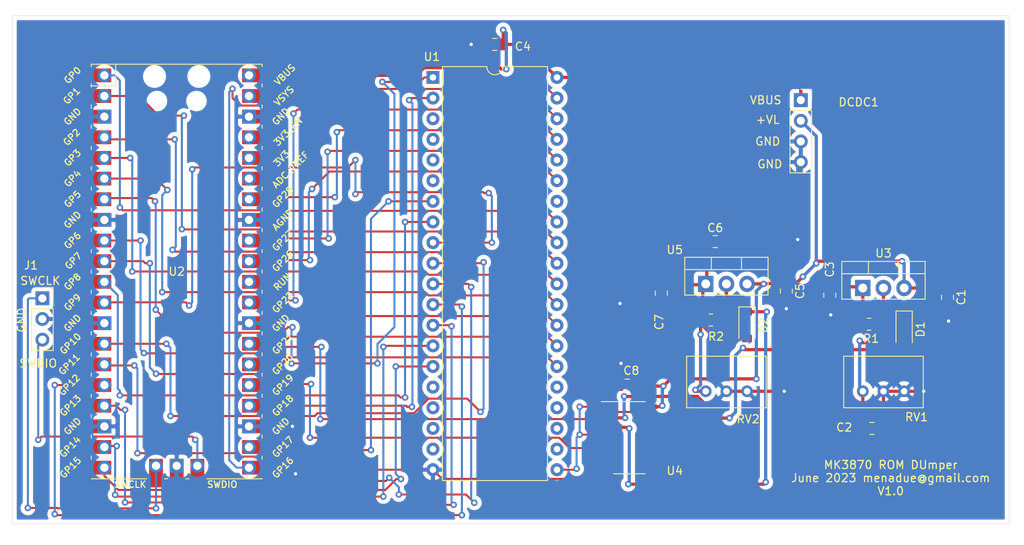
<source format=kicad_pcb>
(kicad_pcb (version 20171130) (host pcbnew 5.1.5+dfsg1-2build2)
  (layers (0 F.Cu signal) (31 B.Cu signal) (34 B.Paste user) (35 F.Paste user) (36 B.SilkS user) (37 F.SilkS user) (38 B.Mask user) (39 F.Mask user) (44 Edge.Cuts user))
  (net 0 "")
  (net 1 GND)
  (net 2 +VL)
  (net 3 "Net-(C2-Pad1)")
  (net 4 VBUS)
  (net 5 "Net-(C6-Pad1)")
  (net 6 +V_3V5)
  (net 7 +V_7V0)
  (net 8 RESET)
  (net 9 EXT_INT)
  (net 10 PORT0_0)
  (net 11 PORT0_1)
  (net 12 PORT0_2)
  (net 13 PORT4_7)
  (net 14 PORT4_6)
  (net 15 PORT5_0)
  (net 16 PORT4_5)
  (net 17 PORT5_1)
  (net 18 PORT4_4)
  (net 19 PORT5_2)
  (net 20 PORT4_3)
  (net 21 PORT5_3)
  (net 22 PORT4_2)
  (net 23 PORT5_4)
  (net 24 PORT4_1)
  (net 25 PORT5_5)
  (net 26 PORT4_0)
  (net 27 PORT5_6)
  (net 28 STROBE)
  (net 29 PORT5_7)
  (net 30 XTAL2)
  (net 31 TEST)
  (net 32 XTAL1)
  (net 33 TEST_CTRL_2)
  (net 34 TEST_CTRL_1)
  (net 35 "Net-(U2-Pad30)")
  (net 36 "Net-(U2-Pad35)")
  (net 37 "Net-(U2-Pad36)")
  (net 38 "Net-(U2-Pad37)")
  (net 39 "Net-(U2-Pad39)")
  (net 40 SWDIO)
  (net 41 SWCLK)
  (module Connector_PinSocket_2.54mm:PinSocket_1x03_P2.54mm_Vertical (layer F.Cu) (at 186.182 127.254)
    (fp_text reference J1 (at -1.397 -4.064) (layer F.SilkS))
    (fp_text value Conn_01x03_Female)
    (pad 3 thru_hole oval (at 0 5.08) (size 1.7 1.7) (drill 1) (layers *.Cu *.Mask) (net 40 SWDIO))
    (pad 2 thru_hole oval (at 0 2.54) (size 1.7 1.7) (drill 1) (layers *.Cu *.Mask) (net 1 GND))
    (pad 1 thru_hole rect (at 0 0) (size 1.7 1.7) (drill 1) (layers *.Cu *.Mask) (net 41 SWCLK))
  )
  (module Connector_PinSocket_2.54mm:PinSocket_1x04_P2.54mm_Vertical (layer F.Cu) (at 279.4 102.87)
    (fp_text reference DCDC1 (at 7.112 0.254) (layer F.SilkS))
    (fp_text value dcdc)
    (pad 4 thru_hole oval (at 0 7.62) (size 1.7 1.7) (drill 1) (layers *.Cu *.Mask) (net 1 GND))
    (pad 3 thru_hole oval (at 0 5.08) (size 1.7 1.7) (drill 1) (layers *.Cu *.Mask) (net 1 GND))
    (pad 2 thru_hole oval (at 0 2.54) (size 1.7 1.7) (drill 1) (layers *.Cu *.Mask) (net 2 +VL))
    (pad 1 thru_hole rect (at 0 0) (size 1.7 1.7) (drill 1) (layers *.Cu *.Mask) (net 4 VBUS))
  )
  (module Package_DIP:DIP-40_W15.24mm (layer F.Cu) (at 234.188 100.076)
    (fp_text reference U1 (at -0.127 -2.54) (layer F.SilkS))
    (fp_text value MK3870)
    (pad 40 thru_hole oval (at 15.24 0) (size 1.6 1.6) (drill 0.8) (layers *.Cu *.Mask) (net 4 VBUS))
    (pad 20 thru_hole oval (at 0 48.26) (size 1.6 1.6) (drill 0.8) (layers *.Cu *.Mask) (net 1 GND))
    (pad 39 thru_hole oval (at 15.24 2.54) (size 1.6 1.6) (drill 0.8) (layers *.Cu *.Mask) (net 8 RESET))
    (pad 19 thru_hole oval (at 0 45.72) (size 1.6 1.6) (drill 0.8) (layers *.Cu *.Mask))
    (pad 38 thru_hole oval (at 15.24 5.08) (size 1.6 1.6) (drill 0.8) (layers *.Cu *.Mask) (net 9 EXT_INT))
    (pad 18 thru_hole oval (at 0 43.18) (size 1.6 1.6) (drill 0.8) (layers *.Cu *.Mask))
    (pad 37 thru_hole oval (at 15.24 7.62) (size 1.6 1.6) (drill 0.8) (layers *.Cu *.Mask) (net 10 PORT0_0))
    (pad 17 thru_hole oval (at 0 40.64) (size 1.6 1.6) (drill 0.8) (layers *.Cu *.Mask))
    (pad 36 thru_hole oval (at 15.24 10.16) (size 1.6 1.6) (drill 0.8) (layers *.Cu *.Mask) (net 11 PORT0_1))
    (pad 16 thru_hole oval (at 0 38.1) (size 1.6 1.6) (drill 0.8) (layers *.Cu *.Mask))
    (pad 35 thru_hole oval (at 15.24 12.7) (size 1.6 1.6) (drill 0.8) (layers *.Cu *.Mask) (net 12 PORT0_2))
    (pad 15 thru_hole oval (at 0 35.56) (size 1.6 1.6) (drill 0.8) (layers *.Cu *.Mask) (net 13 PORT4_7))
    (pad 34 thru_hole oval (at 15.24 15.24) (size 1.6 1.6) (drill 0.8) (layers *.Cu *.Mask))
    (pad 14 thru_hole oval (at 0 33.02) (size 1.6 1.6) (drill 0.8) (layers *.Cu *.Mask) (net 14 PORT4_6))
    (pad 33 thru_hole oval (at 15.24 17.78) (size 1.6 1.6) (drill 0.8) (layers *.Cu *.Mask) (net 15 PORT5_0))
    (pad 13 thru_hole oval (at 0 30.48) (size 1.6 1.6) (drill 0.8) (layers *.Cu *.Mask) (net 16 PORT4_5))
    (pad 32 thru_hole oval (at 15.24 20.32) (size 1.6 1.6) (drill 0.8) (layers *.Cu *.Mask) (net 17 PORT5_1))
    (pad 12 thru_hole oval (at 0 27.94) (size 1.6 1.6) (drill 0.8) (layers *.Cu *.Mask) (net 18 PORT4_4))
    (pad 31 thru_hole oval (at 15.24 22.86) (size 1.6 1.6) (drill 0.8) (layers *.Cu *.Mask) (net 19 PORT5_2))
    (pad 11 thru_hole oval (at 0 25.4) (size 1.6 1.6) (drill 0.8) (layers *.Cu *.Mask) (net 20 PORT4_3))
    (pad 30 thru_hole oval (at 15.24 25.4) (size 1.6 1.6) (drill 0.8) (layers *.Cu *.Mask) (net 21 PORT5_3))
    (pad 10 thru_hole oval (at 0 22.86) (size 1.6 1.6) (drill 0.8) (layers *.Cu *.Mask) (net 22 PORT4_2))
    (pad 29 thru_hole oval (at 15.24 27.94) (size 1.6 1.6) (drill 0.8) (layers *.Cu *.Mask) (net 23 PORT5_4))
    (pad 9 thru_hole oval (at 0 20.32) (size 1.6 1.6) (drill 0.8) (layers *.Cu *.Mask) (net 24 PORT4_1))
    (pad 28 thru_hole oval (at 15.24 30.48) (size 1.6 1.6) (drill 0.8) (layers *.Cu *.Mask) (net 25 PORT5_5))
    (pad 8 thru_hole oval (at 0 17.78) (size 1.6 1.6) (drill 0.8) (layers *.Cu *.Mask) (net 26 PORT4_0))
    (pad 27 thru_hole oval (at 15.24 33.02) (size 1.6 1.6) (drill 0.8) (layers *.Cu *.Mask) (net 27 PORT5_6))
    (pad 7 thru_hole oval (at 0 15.24) (size 1.6 1.6) (drill 0.8) (layers *.Cu *.Mask) (net 28 STROBE))
    (pad 26 thru_hole oval (at 15.24 35.56) (size 1.6 1.6) (drill 0.8) (layers *.Cu *.Mask) (net 29 PORT5_7))
    (pad 6 thru_hole oval (at 0 12.7) (size 1.6 1.6) (drill 0.8) (layers *.Cu *.Mask))
    (pad 25 thru_hole oval (at 15.24 38.1) (size 1.6 1.6) (drill 0.8) (layers *.Cu *.Mask))
    (pad 5 thru_hole oval (at 0 10.16) (size 1.6 1.6) (drill 0.8) (layers *.Cu *.Mask))
    (pad 24 thru_hole oval (at 15.24 40.64) (size 1.6 1.6) (drill 0.8) (layers *.Cu *.Mask))
    (pad 4 thru_hole oval (at 0 7.62) (size 1.6 1.6) (drill 0.8) (layers *.Cu *.Mask))
    (pad 23 thru_hole oval (at 15.24 43.18) (size 1.6 1.6) (drill 0.8) (layers *.Cu *.Mask))
    (pad 3 thru_hole oval (at 0 5.08) (size 1.6 1.6) (drill 0.8) (layers *.Cu *.Mask))
    (pad 22 thru_hole oval (at 15.24 45.72) (size 1.6 1.6) (drill 0.8) (layers *.Cu *.Mask))
    (pad 2 thru_hole oval (at 0 2.54) (size 1.6 1.6) (drill 0.8) (layers *.Cu *.Mask) (net 30 XTAL2))
    (pad 21 thru_hole oval (at 15.24 48.26) (size 1.6 1.6) (drill 0.8) (layers *.Cu *.Mask) (net 31 TEST))
    (pad 1 thru_hole rect (at 0 0) (size 1.6 1.6) (drill 0.8) (layers *.Cu *.Mask) (net 32 XTAL1))
  )
  (module rp2040:RPi_Pico_SMD_TH (layer F.Cu) (at 202.692 123.952)
    (fp_text reference U2 (at 0 0) (layer F.SilkS))
    (fp_text value Pico)
    (fp_text user SWDIO (at 5.6 26.2) (layer F.SilkS) (effects (font (size 0.8 0.8))))
    (fp_text user SWCLK (at -5.7 26.2) (layer F.SilkS) (effects (font (size 0.8 0.8))))
    (fp_text user AGND (at 13.054 -6.35 45) (layer F.SilkS) (effects (font (size 0.8 0.8))))
    (fp_text user GND (at 12.8 -19.05 45) (layer F.SilkS) (effects (font (size 0.8 0.8))))
    (fp_text user GND (at 12.8 6.35 45) (layer F.SilkS) (effects (font (size 0.8 0.8))))
    (fp_text user GND (at 12.8 19.05 45) (layer F.SilkS) (effects (font (size 0.8 0.8))))
    (fp_text user GND (at -12.8 19.05 45) (layer F.SilkS) (effects (font (size 0.8 0.8))))
    (fp_text user GND (at -12.8 6.35 45) (layer F.SilkS) (effects (font (size 0.8 0.8))))
    (fp_text user GND (at -12.8 -6.35 45) (layer F.SilkS) (effects (font (size 0.8 0.8))))
    (fp_text user GND (at -12.8 -19.05 45) (layer F.SilkS) (effects (font (size 0.8 0.8))))
    (fp_text user VBUS (at 13.3 -24.2 45) (layer F.SilkS) (effects (font (size 0.8 0.8))))
    (fp_text user VSYS (at 13.2 -21.59 45) (layer F.SilkS) (effects (font (size 0.8 0.8))))
    (fp_text user 3V3_EN (at 13.7 -17.2 45) (layer F.SilkS) (effects (font (size 0.8 0.8))))
    (fp_text user 3V3 (at 12.9 -13.9 45) (layer F.SilkS) (effects (font (size 0.8 0.8))))
    (fp_text user ADC_VREF (at 14 -12.5 45) (layer F.SilkS) (effects (font (size 0.8 0.8))))
    (fp_text user GP28 (at 13.054 -9.144 45) (layer F.SilkS) (effects (font (size 0.8 0.8))))
    (fp_text user GP27 (at 13.054 -3.8 45) (layer F.SilkS) (effects (font (size 0.8 0.8))))
    (fp_text user GP26 (at 13.054 -1.27 45) (layer F.SilkS) (effects (font (size 0.8 0.8))))
    (fp_text user RUN (at 13 1.27 45) (layer F.SilkS) (effects (font (size 0.8 0.8))))
    (fp_text user GP22 (at 13.054 3.81 45) (layer F.SilkS) (effects (font (size 0.8 0.8))))
    (fp_text user GP21 (at 13.054 8.9 45) (layer F.SilkS) (effects (font (size 0.8 0.8))))
    (fp_text user GP20 (at 13.054 11.43 45) (layer F.SilkS) (effects (font (size 0.8 0.8))))
    (fp_text user GP19 (at 13.054 13.97 45) (layer F.SilkS) (effects (font (size 0.8 0.8))))
    (fp_text user GP18 (at 13.054 16.51 45) (layer F.SilkS) (effects (font (size 0.8 0.8))))
    (fp_text user GP17 (at 13.054 21.59 45) (layer F.SilkS) (effects (font (size 0.8 0.8))))
    (fp_text user GP16 (at 13.054 24.13 45) (layer F.SilkS) (effects (font (size 0.8 0.8))))
    (fp_text user GP15 (at -13.054 24.13 45) (layer F.SilkS) (effects (font (size 0.8 0.8))))
    (fp_text user GP14 (at -13.1 21.59 45) (layer F.SilkS) (effects (font (size 0.8 0.8))))
    (fp_text user GP13 (at -13.054 16.51 45) (layer F.SilkS) (effects (font (size 0.8 0.8))))
    (fp_text user GP12 (at -13.2 13.97 45) (layer F.SilkS) (effects (font (size 0.8 0.8))))
    (fp_text user GP11 (at -13.2 11.43 45) (layer F.SilkS) (effects (font (size 0.8 0.8))))
    (fp_text user GP10 (at -13.054 8.89 45) (layer F.SilkS) (effects (font (size 0.8 0.8))))
    (fp_text user GP9 (at -12.8 3.81 45) (layer F.SilkS) (effects (font (size 0.8 0.8))))
    (fp_text user GP8 (at -12.8 1.27 45) (layer F.SilkS) (effects (font (size 0.8 0.8))))
    (fp_text user GP7 (at -12.7 -1.3 45) (layer F.SilkS) (effects (font (size 0.8 0.8))))
    (fp_text user GP6 (at -12.8 -3.81 45) (layer F.SilkS) (effects (font (size 0.8 0.8))))
    (fp_text user GP5 (at -12.8 -8.89 45) (layer F.SilkS) (effects (font (size 0.8 0.8))))
    (fp_text user GP4 (at -12.8 -11.43 45) (layer F.SilkS) (effects (font (size 0.8 0.8))))
    (fp_text user GP3 (at -12.8 -13.97 45) (layer F.SilkS) (effects (font (size 0.8 0.8))))
    (fp_text user GP0 (at -12.8 -24.13 45) (layer F.SilkS) (effects (font (size 0.8 0.8))))
    (fp_text user GP2 (at -12.9 -16.51 45) (layer F.SilkS) (effects (font (size 0.8 0.8))))
    (fp_text user GP1 (at -12.9 -21.6 45) (layer F.SilkS) (effects (font (size 0.8 0.8))))
    (pad 43 thru_hole oval (at 2.54 23.9) (size 1.7 1.7) (drill 1.02) (layers *.Cu *.Mask) (net 40 SWDIO))
    (pad 43 smd rect (at 2.54 23.9 90) (size 3.5 1.7) (drill (offset -0.9 0)) (layers F.Cu F.Mask) (net 40 SWDIO))
    (pad 42 thru_hole rect (at 0 23.9) (size 1.7 1.7) (drill 1.02) (layers *.Cu *.Mask) (net 1 GND))
    (pad 42 smd rect (at 0 23.9 90) (size 3.5 1.7) (drill (offset -0.9 0)) (layers F.Cu F.Mask) (net 1 GND))
    (pad 41 thru_hole oval (at -2.54 23.9) (size 1.7 1.7) (drill 1.02) (layers *.Cu *.Mask) (net 41 SWCLK))
    (pad 41 smd rect (at -2.54 23.9 90) (size 3.5 1.7) (drill (offset -0.9 0)) (layers F.Cu F.Mask) (net 41 SWCLK))
    (pad "" np_thru_hole oval (at 2.425 -20.97) (size 1.5 1.5) (drill 1.5) (layers *.Cu *.Mask))
    (pad "" np_thru_hole oval (at -2.425 -20.97) (size 1.5 1.5) (drill 1.5) (layers *.Cu *.Mask))
    (pad "" np_thru_hole oval (at 2.725 -24) (size 1.8 1.8) (drill 1.8) (layers *.Cu *.Mask))
    (pad "" np_thru_hole oval (at -2.725 -24) (size 1.8 1.8) (drill 1.8) (layers *.Cu *.Mask))
    (pad 21 smd rect (at 8.89 24.13) (size 3.5 1.7) (drill (offset 0.9 0)) (layers F.Cu F.Mask) (net 8 RESET))
    (pad 22 smd rect (at 8.89 21.59) (size 3.5 1.7) (drill (offset 0.9 0)) (layers F.Cu F.Mask) (net 28 STROBE))
    (pad 23 smd rect (at 8.89 19.05) (size 3.5 1.7) (drill (offset 0.9 0)) (layers F.Cu F.Mask) (net 1 GND))
    (pad 24 smd rect (at 8.89 16.51) (size 3.5 1.7) (drill (offset 0.9 0)) (layers F.Cu F.Mask) (net 30 XTAL2))
    (pad 25 smd rect (at 8.89 13.97) (size 3.5 1.7) (drill (offset 0.9 0)) (layers F.Cu F.Mask) (net 33 TEST_CTRL_2))
    (pad 26 smd rect (at 8.89 11.43) (size 3.5 1.7) (drill (offset 0.9 0)) (layers F.Cu F.Mask) (net 34 TEST_CTRL_1))
    (pad 27 smd rect (at 8.89 8.89) (size 3.5 1.7) (drill (offset 0.9 0)) (layers F.Cu F.Mask) (net 32 XTAL1))
    (pad 28 smd rect (at 8.89 6.35) (size 3.5 1.7) (drill (offset 0.9 0)) (layers F.Cu F.Mask) (net 1 GND))
    (pad 29 smd rect (at 8.89 3.81) (size 3.5 1.7) (drill (offset 0.9 0)) (layers F.Cu F.Mask) (net 9 EXT_INT))
    (pad 30 smd rect (at 8.89 1.27) (size 3.5 1.7) (drill (offset 0.9 0)) (layers F.Cu F.Mask) (net 35 "Net-(U2-Pad30)"))
    (pad 31 smd rect (at 8.89 -1.27) (size 3.5 1.7) (drill (offset 0.9 0)) (layers F.Cu F.Mask) (net 12 PORT0_2))
    (pad 32 smd rect (at 8.89 -3.81) (size 3.5 1.7) (drill (offset 0.9 0)) (layers F.Cu F.Mask) (net 11 PORT0_1))
    (pad 33 smd rect (at 8.89 -6.35) (size 3.5 1.7) (drill (offset 0.9 0)) (layers F.Cu F.Mask) (net 1 GND))
    (pad 34 smd rect (at 8.89 -8.89) (size 3.5 1.7) (drill (offset 0.9 0)) (layers F.Cu F.Mask) (net 10 PORT0_0))
    (pad 35 smd rect (at 8.89 -11.43) (size 3.5 1.7) (drill (offset 0.9 0)) (layers F.Cu F.Mask) (net 36 "Net-(U2-Pad35)"))
    (pad 36 smd rect (at 8.89 -13.97) (size 3.5 1.7) (drill (offset 0.9 0)) (layers F.Cu F.Mask) (net 37 "Net-(U2-Pad36)"))
    (pad 37 smd rect (at 8.89 -16.51) (size 3.5 1.7) (drill (offset 0.9 0)) (layers F.Cu F.Mask) (net 38 "Net-(U2-Pad37)"))
    (pad 38 smd rect (at 8.89 -19.05) (size 3.5 1.7) (drill (offset 0.9 0)) (layers F.Cu F.Mask) (net 1 GND))
    (pad 39 smd rect (at 8.89 -21.59) (size 3.5 1.7) (drill (offset 0.9 0)) (layers F.Cu F.Mask) (net 39 "Net-(U2-Pad39)"))
    (pad 40 smd rect (at 8.89 -24.13) (size 3.5 1.7) (drill (offset 0.9 0)) (layers F.Cu F.Mask) (net 4 VBUS))
    (pad 20 smd rect (at -8.89 24.13) (size 3.5 1.7) (drill (offset -0.9 0)) (layers F.Cu F.Mask) (net 13 PORT4_7))
    (pad 19 smd rect (at -8.89 21.59) (size 3.5 1.7) (drill (offset -0.9 0)) (layers F.Cu F.Mask) (net 14 PORT4_6))
    (pad 18 smd rect (at -8.89 19.05) (size 3.5 1.7) (drill (offset -0.9 0)) (layers F.Cu F.Mask) (net 1 GND))
    (pad 17 smd rect (at -8.89 16.51) (size 3.5 1.7) (drill (offset -0.9 0)) (layers F.Cu F.Mask) (net 16 PORT4_5))
    (pad 16 smd rect (at -8.89 13.97) (size 3.5 1.7) (drill (offset -0.9 0)) (layers F.Cu F.Mask) (net 18 PORT4_4))
    (pad 15 smd rect (at -8.89 11.43) (size 3.5 1.7) (drill (offset -0.9 0)) (layers F.Cu F.Mask) (net 20 PORT4_3))
    (pad 14 smd rect (at -8.89 8.89) (size 3.5 1.7) (drill (offset -0.9 0)) (layers F.Cu F.Mask) (net 22 PORT4_2))
    (pad 13 smd rect (at -8.89 6.35) (size 3.5 1.7) (drill (offset -0.9 0)) (layers F.Cu F.Mask) (net 1 GND))
    (pad 12 smd rect (at -8.89 3.81) (size 3.5 1.7) (drill (offset -0.9 0)) (layers F.Cu F.Mask) (net 24 PORT4_1))
    (pad 11 smd rect (at -8.89 1.27) (size 3.5 1.7) (drill (offset -0.9 0)) (layers F.Cu F.Mask) (net 26 PORT4_0))
    (pad 10 smd rect (at -8.89 -1.27) (size 3.5 1.7) (drill (offset -0.9 0)) (layers F.Cu F.Mask) (net 29 PORT5_7))
    (pad 9 smd rect (at -8.89 -3.81) (size 3.5 1.7) (drill (offset -0.9 0)) (layers F.Cu F.Mask) (net 27 PORT5_6))
    (pad 8 smd rect (at -8.89 -6.35) (size 3.5 1.7) (drill (offset -0.9 0)) (layers F.Cu F.Mask) (net 1 GND))
    (pad 7 smd rect (at -8.89 -8.89) (size 3.5 1.7) (drill (offset -0.9 0)) (layers F.Cu F.Mask) (net 25 PORT5_5))
    (pad 6 smd rect (at -8.89 -11.43) (size 3.5 1.7) (drill (offset -0.9 0)) (layers F.Cu F.Mask) (net 23 PORT5_4))
    (pad 5 smd rect (at -8.89 -13.97) (size 3.5 1.7) (drill (offset -0.9 0)) (layers F.Cu F.Mask) (net 21 PORT5_3))
    (pad 4 smd rect (at -8.89 -16.51) (size 3.5 1.7) (drill (offset -0.9 0)) (layers F.Cu F.Mask) (net 19 PORT5_2))
    (pad 3 smd rect (at -8.89 -19.05) (size 3.5 1.7) (drill (offset -0.9 0)) (layers F.Cu F.Mask) (net 1 GND))
    (pad 2 smd rect (at -8.89 -21.59) (size 3.5 1.7) (drill (offset -0.9 0)) (layers F.Cu F.Mask) (net 17 PORT5_1))
    (pad 1 smd rect (at -8.89 -24.13) (size 3.5 1.7) (drill (offset -0.9 0)) (layers F.Cu F.Mask) (net 15 PORT5_0))
    (pad 40 thru_hole oval (at 8.89 -24.13) (size 1.7 1.7) (drill 1.02) (layers *.Cu *.Mask) (net 4 VBUS))
    (pad 39 thru_hole oval (at 8.89 -21.59) (size 1.7 1.7) (drill 1.02) (layers *.Cu *.Mask) (net 39 "Net-(U2-Pad39)"))
    (pad 38 thru_hole rect (at 8.89 -19.05) (size 1.7 1.7) (drill 1.02) (layers *.Cu *.Mask) (net 1 GND))
    (pad 37 thru_hole oval (at 8.89 -16.51) (size 1.7 1.7) (drill 1.02) (layers *.Cu *.Mask) (net 38 "Net-(U2-Pad37)"))
    (pad 36 thru_hole oval (at 8.89 -13.97) (size 1.7 1.7) (drill 1.02) (layers *.Cu *.Mask) (net 37 "Net-(U2-Pad36)"))
    (pad 35 thru_hole oval (at 8.89 -11.43) (size 1.7 1.7) (drill 1.02) (layers *.Cu *.Mask) (net 36 "Net-(U2-Pad35)"))
    (pad 34 thru_hole oval (at 8.89 -8.89) (size 1.7 1.7) (drill 1.02) (layers *.Cu *.Mask) (net 10 PORT0_0))
    (pad 33 thru_hole rect (at 8.89 -6.35) (size 1.7 1.7) (drill 1.02) (layers *.Cu *.Mask) (net 1 GND))
    (pad 32 thru_hole oval (at 8.89 -3.81) (size 1.7 1.7) (drill 1.02) (layers *.Cu *.Mask) (net 11 PORT0_1))
    (pad 31 thru_hole oval (at 8.89 -1.27) (size 1.7 1.7) (drill 1.02) (layers *.Cu *.Mask) (net 12 PORT0_2))
    (pad 30 thru_hole oval (at 8.89 1.27) (size 1.7 1.7) (drill 1.02) (layers *.Cu *.Mask) (net 35 "Net-(U2-Pad30)"))
    (pad 29 thru_hole oval (at 8.89 3.81) (size 1.7 1.7) (drill 1.02) (layers *.Cu *.Mask) (net 9 EXT_INT))
    (pad 28 thru_hole rect (at 8.89 6.35) (size 1.7 1.7) (drill 1.02) (layers *.Cu *.Mask) (net 1 GND))
    (pad 27 thru_hole oval (at 8.89 8.89) (size 1.7 1.7) (drill 1.02) (layers *.Cu *.Mask) (net 32 XTAL1))
    (pad 26 thru_hole oval (at 8.89 11.43) (size 1.7 1.7) (drill 1.02) (layers *.Cu *.Mask) (net 34 TEST_CTRL_1))
    (pad 25 thru_hole oval (at 8.89 13.97) (size 1.7 1.7) (drill 1.02) (layers *.Cu *.Mask) (net 33 TEST_CTRL_2))
    (pad 24 thru_hole oval (at 8.89 16.51) (size 1.7 1.7) (drill 1.02) (layers *.Cu *.Mask) (net 30 XTAL2))
    (pad 23 thru_hole rect (at 8.89 19.05) (size 1.7 1.7) (drill 1.02) (layers *.Cu *.Mask) (net 1 GND))
    (pad 22 thru_hole oval (at 8.89 21.59) (size 1.7 1.7) (drill 1.02) (layers *.Cu *.Mask) (net 28 STROBE))
    (pad 21 thru_hole oval (at 8.89 24.13) (size 1.7 1.7) (drill 1.02) (layers *.Cu *.Mask) (net 8 RESET))
    (pad 20 thru_hole oval (at -8.89 24.13) (size 1.7 1.7) (drill 1.02) (layers *.Cu *.Mask) (net 13 PORT4_7))
    (pad 19 thru_hole oval (at -8.89 21.59) (size 1.7 1.7) (drill 1.02) (layers *.Cu *.Mask) (net 14 PORT4_6))
    (pad 18 thru_hole rect (at -8.89 19.05) (size 1.7 1.7) (drill 1.02) (layers *.Cu *.Mask) (net 1 GND))
    (pad 17 thru_hole oval (at -8.89 16.51) (size 1.7 1.7) (drill 1.02) (layers *.Cu *.Mask) (net 16 PORT4_5))
    (pad 16 thru_hole oval (at -8.89 13.97) (size 1.7 1.7) (drill 1.02) (layers *.Cu *.Mask) (net 18 PORT4_4))
    (pad 15 thru_hole oval (at -8.89 11.43) (size 1.7 1.7) (drill 1.02) (layers *.Cu *.Mask) (net 20 PORT4_3))
    (pad 14 thru_hole oval (at -8.89 8.89) (size 1.7 1.7) (drill 1.02) (layers *.Cu *.Mask) (net 22 PORT4_2))
    (pad 13 thru_hole rect (at -8.89 6.35) (size 1.7 1.7) (drill 1.02) (layers *.Cu *.Mask) (net 1 GND))
    (pad 12 thru_hole oval (at -8.89 3.81) (size 1.7 1.7) (drill 1.02) (layers *.Cu *.Mask) (net 24 PORT4_1))
    (pad 11 thru_hole oval (at -8.89 1.27) (size 1.7 1.7) (drill 1.02) (layers *.Cu *.Mask) (net 26 PORT4_0))
    (pad 10 thru_hole oval (at -8.89 -1.27) (size 1.7 1.7) (drill 1.02) (layers *.Cu *.Mask) (net 29 PORT5_7))
    (pad 9 thru_hole oval (at -8.89 -3.81) (size 1.7 1.7) (drill 1.02) (layers *.Cu *.Mask) (net 27 PORT5_6))
    (pad 8 thru_hole rect (at -8.89 -6.35) (size 1.7 1.7) (drill 1.02) (layers *.Cu *.Mask) (net 1 GND))
    (pad 7 thru_hole oval (at -8.89 -8.89) (size 1.7 1.7) (drill 1.02) (layers *.Cu *.Mask) (net 25 PORT5_5))
    (pad 6 thru_hole oval (at -8.89 -11.43) (size 1.7 1.7) (drill 1.02) (layers *.Cu *.Mask) (net 23 PORT5_4))
    (pad 5 thru_hole oval (at -8.89 -13.97) (size 1.7 1.7) (drill 1.02) (layers *.Cu *.Mask) (net 21 PORT5_3))
    (pad 4 thru_hole oval (at -8.89 -16.51) (size 1.7 1.7) (drill 1.02) (layers *.Cu *.Mask) (net 19 PORT5_2))
    (pad 3 thru_hole rect (at -8.89 -19.05) (size 1.7 1.7) (drill 1.02) (layers *.Cu *.Mask) (net 1 GND))
    (pad 2 thru_hole oval (at -8.89 -21.59) (size 1.7 1.7) (drill 1.02) (layers *.Cu *.Mask) (net 17 PORT5_1))
    (pad 1 thru_hole oval (at -8.89 -24.13) (size 1.7 1.7) (drill 1.02) (layers *.Cu *.Mask) (net 15 PORT5_0))
  )
  (module Package_SO:SOIC-14_3.9x8.7mm_P1.27mm (layer F.Cu) (at 258.318 144.399)
    (fp_text reference U4 (at 5.588 4.064) (layer F.SilkS))
    (fp_text value 4066)
    (pad 14 smd roundrect (at 2.475 -3.81) (size 1.95 0.6) (layers F.Cu F.Paste F.Mask) (net 2 +VL))
    (pad 13 smd roundrect (at 2.475 -2.54) (size 1.95 0.6) (layers F.Cu F.Paste F.Mask) (net 34 TEST_CTRL_1))
    (pad 12 smd roundrect (at 2.475 -1.27) (size 1.95 0.6) (layers F.Cu F.Paste F.Mask))
    (pad 11 smd roundrect (at 2.475 0) (size 1.95 0.6) (layers F.Cu F.Paste F.Mask))
    (pad 10 smd roundrect (at 2.475 1.27) (size 1.95 0.6) (layers F.Cu F.Paste F.Mask))
    (pad 9 smd roundrect (at 2.475 2.54) (size 1.95 0.6) (layers F.Cu F.Paste F.Mask))
    (pad 8 smd roundrect (at 2.475 3.81) (size 1.95 0.6) (layers F.Cu F.Paste F.Mask))
    (pad 7 smd roundrect (at -2.475 3.81) (size 1.95 0.6) (layers F.Cu F.Paste F.Mask) (net 1 GND))
    (pad 6 smd roundrect (at -2.475 2.54) (size 1.95 0.6) (layers F.Cu F.Paste F.Mask))
    (pad 5 smd roundrect (at -2.475 1.27) (size 1.95 0.6) (layers F.Cu F.Paste F.Mask) (net 33 TEST_CTRL_2))
    (pad 4 smd roundrect (at -2.475 0) (size 1.95 0.6) (layers F.Cu F.Paste F.Mask) (net 31 TEST))
    (pad 3 smd roundrect (at -2.475 -1.27) (size 1.95 0.6) (layers F.Cu F.Paste F.Mask) (net 7 +V_7V0))
    (pad 2 smd roundrect (at -2.475 -2.54) (size 1.95 0.6) (layers F.Cu F.Paste F.Mask) (net 6 +V_3V5))
    (pad 1 smd roundrect (at -2.475 -3.81) (size 1.95 0.6) (layers F.Cu F.Paste F.Mask) (net 31 TEST))
  )
  (module Package_TO_SOT_THT:TO-220-3_Vertical (layer F.Cu) (at 267.716 125.476)
    (fp_text reference U5 (at -3.81 -4.191) (layer F.SilkS))
    (fp_text value LM317T)
    (pad 3 thru_hole oval (at 5.08 0) (size 1.905 2) (drill 1.1) (layers *.Cu *.Mask) (net 2 +VL))
    (pad 2 thru_hole oval (at 2.54 0) (size 1.905 2) (drill 1.1) (layers *.Cu *.Mask) (net 7 +V_7V0))
    (pad 1 thru_hole rect (at 0 0) (size 1.905 2) (drill 1.1) (layers *.Cu *.Mask) (net 5 "Net-(C6-Pad1)"))
  )
  (module Package_TO_SOT_THT:TO-220-3_Vertical (layer F.Cu) (at 287.02 125.984)
    (fp_text reference U3 (at 2.54 -4.27) (layer F.SilkS))
    (fp_text value LM317T)
    (pad 3 thru_hole oval (at 5.08 0) (size 1.905 2) (drill 1.1) (layers *.Cu *.Mask) (net 2 +VL))
    (pad 2 thru_hole oval (at 2.54 0) (size 1.905 2) (drill 1.1) (layers *.Cu *.Mask) (net 6 +V_3V5))
    (pad 1 thru_hole rect (at 0 0) (size 1.905 2) (drill 1.1) (layers *.Cu *.Mask) (net 3 "Net-(C2-Pad1)"))
  )
  (module Potentiometer_THT:Potentiometer_Bourns_3299W_Vertical (layer F.Cu) (at 267.716 138.684 180)
    (fp_text reference RV2 (at -5.207 -3.429) (layer F.SilkS))
    (fp_text value 10k)
    (pad 3 thru_hole circle (at -5.08 0 180) (size 1.44 1.44) (drill 0.8) (layers *.Cu *.Mask) (net 1 GND))
    (pad 2 thru_hole circle (at -2.54 0 180) (size 1.44 1.44) (drill 0.8) (layers *.Cu *.Mask) (net 1 GND))
    (pad 1 thru_hole circle (at 0 0 180) (size 1.44 1.44) (drill 0.8) (layers *.Cu *.Mask) (net 5 "Net-(C6-Pad1)"))
  )
  (module Potentiometer_THT:Potentiometer_Bourns_3299W_Vertical (layer F.Cu) (at 287.02 138.684 180)
    (fp_text reference RV1 (at -6.604 -3.175) (layer F.SilkS))
    (fp_text value 10k)
    (pad 3 thru_hole circle (at -5.08 0 180) (size 1.44 1.44) (drill 0.8) (layers *.Cu *.Mask) (net 1 GND))
    (pad 2 thru_hole circle (at -2.54 0 180) (size 1.44 1.44) (drill 0.8) (layers *.Cu *.Mask) (net 1 GND))
    (pad 1 thru_hole circle (at 0 0 180) (size 1.44 1.44) (drill 0.8) (layers *.Cu *.Mask) (net 3 "Net-(C2-Pad1)"))
  )
  (module Resistor_SMD:R_0805_2012Metric_Pad1.20x1.40mm_HandSolder (layer F.Cu) (at 268.351 129.921 180)
    (fp_text reference R2 (at -0.635 -2.032) (layer F.SilkS))
    (fp_text value R_Small)
    (pad 2 smd roundrect (at 1 0 180) (size 1.2 1.4) (layers F.Cu F.Paste F.Mask) (roundrect_rratio 0.208333) (net 5 "Net-(C6-Pad1)"))
    (pad 1 smd roundrect (at -1 0 180) (size 1.2 1.4) (layers F.Cu F.Paste F.Mask) (roundrect_rratio 0.208333) (net 7 +V_7V0))
  )
  (module Resistor_SMD:R_0805_2012Metric_Pad1.20x1.40mm_HandSolder (layer F.Cu) (at 287.782 130.429 180)
    (fp_text reference R1 (at -0.254 -1.778) (layer F.SilkS))
    (fp_text value R_Small)
    (pad 2 smd roundrect (at 1 0 180) (size 1.2 1.4) (layers F.Cu F.Paste F.Mask) (roundrect_rratio 0.208333) (net 3 "Net-(C2-Pad1)"))
    (pad 1 smd roundrect (at -1 0 180) (size 1.2 1.4) (layers F.Cu F.Paste F.Mask) (roundrect_rratio 0.208333) (net 6 +V_3V5))
  )
  (module Diode_SMD:D_SOD-123 (layer F.Cu) (at 272.796 130.556 270)
    (fp_text reference D2 (at 0 -2 90) (layer F.SilkS))
    (fp_text value D)
    (pad 2 smd rect (at 1.65 0 270) (size 0.9 1.2) (layers F.Cu F.Paste F.Mask) (net 5 "Net-(C6-Pad1)"))
    (pad 1 smd rect (at -1.65 0 270) (size 0.9 1.2) (layers F.Cu F.Paste F.Mask) (net 7 +V_7V0))
  )
  (module Diode_SMD:D_SOD-123 (layer F.Cu) (at 292.1 131.064 270)
    (fp_text reference D1 (at 0 -2 90) (layer F.SilkS))
    (fp_text value D)
    (pad 2 smd rect (at 1.65 0 270) (size 0.9 1.2) (layers F.Cu F.Paste F.Mask) (net 3 "Net-(C2-Pad1)"))
    (pad 1 smd rect (at -1.65 0 270) (size 0.9 1.2) (layers F.Cu F.Paste F.Mask) (net 6 +V_3V5))
  )
  (module Capacitor_SMD:C_0805_2012Metric_Pad1.18x1.45mm_HandSolder (layer F.Cu) (at 258.064 137.922 180)
    (fp_text reference C8 (at -0.508 1.778) (layer F.SilkS))
    (fp_text value C_Small)
    (pad 2 smd roundrect (at 1.0375 0 180) (size 1.175 1.45) (layers F.Cu F.Paste F.Mask) (roundrect_rratio 0.212766) (net 1 GND))
    (pad 1 smd roundrect (at -1.0375 0 180) (size 1.175 1.45) (layers F.Cu F.Paste F.Mask) (roundrect_rratio 0.212766) (net 2 +VL))
  )
  (module Capacitor_SMD:C_0805_2012Metric_Pad1.18x1.45mm_HandSolder (layer F.Cu) (at 262.255 126.619 270)
    (fp_text reference C7 (at 3.556 0.254 90) (layer F.SilkS))
    (fp_text value C_Small)
    (pad 2 smd roundrect (at 1.0375 0 270) (size 1.175 1.45) (layers F.Cu F.Paste F.Mask) (roundrect_rratio 0.212766) (net 1 GND))
    (pad 1 smd roundrect (at -1.0375 0 270) (size 1.175 1.45) (layers F.Cu F.Paste F.Mask) (roundrect_rratio 0.212766) (net 5 "Net-(C6-Pad1)"))
  )
  (module Capacitor_SMD:C_0805_2012Metric_Pad1.18x1.45mm_HandSolder (layer F.Cu) (at 268.8805 120.269)
    (fp_text reference C6 (at 0 -1.68) (layer F.SilkS))
    (fp_text value C_Small)
    (pad 2 smd roundrect (at 1.0375 0) (size 1.175 1.45) (layers F.Cu F.Paste F.Mask) (roundrect_rratio 0.212766) (net 1 GND))
    (pad 1 smd roundrect (at -1.0375 0) (size 1.175 1.45) (layers F.Cu F.Paste F.Mask) (roundrect_rratio 0.212766) (net 5 "Net-(C6-Pad1)"))
  )
  (module Capacitor_SMD:C_0805_2012Metric_Pad1.18x1.45mm_HandSolder (layer F.Cu) (at 277.622 126.365 270)
    (fp_text reference C5 (at 0 -1.68 90) (layer F.SilkS))
    (fp_text value C_Small)
    (pad 2 smd roundrect (at 1.0375 0 270) (size 1.175 1.45) (layers F.Cu F.Paste F.Mask) (roundrect_rratio 0.212766) (net 1 GND))
    (pad 1 smd roundrect (at -1.0375 0 270) (size 1.175 1.45) (layers F.Cu F.Paste F.Mask) (roundrect_rratio 0.212766) (net 2 +VL))
  )
  (module Capacitor_SMD:C_0805_2012Metric_Pad1.18x1.45mm_HandSolder (layer F.Cu) (at 241.7865 96.012 180)
    (fp_text reference C4 (at -3.4505 -0.254) (layer F.SilkS))
    (fp_text value C_Small)
    (pad 2 smd roundrect (at 1.0375 0 180) (size 1.175 1.45) (layers F.Cu F.Paste F.Mask) (roundrect_rratio 0.212766) (net 1 GND))
    (pad 1 smd roundrect (at -1.0375 0 180) (size 1.175 1.45) (layers F.Cu F.Paste F.Mask) (roundrect_rratio 0.212766) (net 4 VBUS))
  )
  (module Capacitor_SMD:C_0805_2012Metric_Pad1.18x1.45mm_HandSolder (layer F.Cu) (at 282.956 126.873 270)
    (fp_text reference C3 (at -3.175 0 90) (layer F.SilkS))
    (fp_text value C_Small)
    (pad 2 smd roundrect (at 1.0375 0 270) (size 1.175 1.45) (layers F.Cu F.Paste F.Mask) (roundrect_rratio 0.212766) (net 1 GND))
    (pad 1 smd roundrect (at -1.0375 0 270) (size 1.175 1.45) (layers F.Cu F.Paste F.Mask) (roundrect_rratio 0.212766) (net 3 "Net-(C2-Pad1)"))
  )
  (module Capacitor_SMD:C_0805_2012Metric_Pad1.18x1.45mm_HandSolder (layer F.Cu) (at 288.1415 143.256)
    (fp_text reference C2 (at -3.4075 -0.127) (layer F.SilkS))
    (fp_text value C_Small)
    (pad 2 smd roundrect (at 1.0375 0) (size 1.175 1.45) (layers F.Cu F.Paste F.Mask) (roundrect_rratio 0.212766) (net 1 GND))
    (pad 1 smd roundrect (at -1.0375 0) (size 1.175 1.45) (layers F.Cu F.Paste F.Mask) (roundrect_rratio 0.212766) (net 3 "Net-(C2-Pad1)"))
  )
  (module Capacitor_SMD:C_0805_2012Metric_Pad1.18x1.45mm_HandSolder (layer F.Cu) (at 297.434 127.127 270)
    (fp_text reference C1 (at 0 -1.68 90) (layer F.SilkS))
    (fp_text value C_Small)
    (pad 2 smd roundrect (at 1.0375 0 270) (size 1.175 1.45) (layers F.Cu F.Paste F.Mask) (roundrect_rratio 0.212766) (net 1 GND))
    (pad 1 smd roundrect (at -1.0375 0 270) (size 1.175 1.45) (layers F.Cu F.Paste F.Mask) (roundrect_rratio 0.212766) (net 2 +VL))
  )
  (gr_text GND (at 183.642 129.921 90) (layer F.SilkS) (effects (font (size 1 1))))
  (gr_text SWDIO (at 185.674 135.255) (layer F.SilkS) (effects (font (size 1 1))))
  (gr_text SWCLK (at 185.928 125.095) (layer F.SilkS) (effects (font (size 1 1))))
  (gr_text "MK3870 ROM DUmper\nJune 2023 menadue@gmail.com\nV1.0" (at 290.449 149.352) (layer F.SilkS) (effects (font (size 1 1))))
  (gr_text GND (at 275.59 110.744) (layer F.SilkS) (effects (font (size 1 1))))
  (gr_text GND (at 275.336 107.95) (layer F.SilkS) (effects (font (size 1 1))))
  (gr_text +VL (at 275.336 105.283) (layer F.SilkS) (effects (font (size 1 1))))
  (gr_text VBUS (at 275.082 102.87) (layer F.SilkS) (effects (font (size 1 1))))
  (gr_line (start 182.5 155) (end 182.5 92.5) (layer Edge.Cuts) (width 0.05))
  (gr_line (start 305 155) (end 182.5 155) (layer Edge.Cuts) (width 0.05))
  (gr_line (start 305 92.5) (end 305 155) (layer Edge.Cuts) (width 0.05))
  (gr_line (start 182.5 92.5) (end 305 92.5) (layer Edge.Cuts) (width 0.05))
  (segment (start 234.987999 149.135999) (end 234.188 148.336) (width 0.25) (layer F.Cu) (net 1))
  (segment (start 235.313001 149.461001) (end 234.987999 149.135999) (width 0.25) (layer F.Cu) (net 1))
  (segment (start 254.590999 149.461001) (end 235.313001 149.461001) (width 0.25) (layer F.Cu) (net 1))
  (segment (start 255.843 148.209) (end 254.590999 149.461001) (width 0.25) (layer F.Cu) (net 1))
  (segment (start 217.805 148.336) (end 217.297 148.844) (width 0.25) (layer F.Cu) (net 1))
  (via (at 217.297 148.844) (size 0.8) (drill 0.4) (layers F.Cu B.Cu) (net 1))
  (segment (start 234.188 148.336) (end 217.805 148.336) (width 0.25) (layer F.Cu) (net 1))
  (via (at 216.916 143.002) (size 0.8) (drill 0.4) (layers F.Cu B.Cu) (net 1))
  (segment (start 217.297 143.383) (end 216.916 143.002) (width 0.25) (layer B.Cu) (net 1))
  (segment (start 217.297 148.844) (end 217.297 143.383) (width 0.25) (layer B.Cu) (net 1))
  (segment (start 211.981999 143.401999) (end 211.582 143.002) (width 0.25) (layer F.Cu) (net 1))
  (segment (start 216.516001 143.401999) (end 211.981999 143.401999) (width 0.25) (layer F.Cu) (net 1))
  (segment (start 216.916 143.002) (end 216.516001 143.401999) (width 0.25) (layer F.Cu) (net 1))
  (via (at 238.887 96.012) (size 0.8) (drill 0.4) (layers F.Cu B.Cu) (net 1))
  (segment (start 240.749 96.012) (end 238.887 96.012) (width 0.4) (layer F.Cu) (net 1))
  (segment (start 270.256 138.684) (end 272.796 138.684) (width 0.4) (layer F.Cu) (net 1))
  (segment (start 289.56 142.875) (end 289.179 143.256) (width 0.4) (layer F.Cu) (net 1))
  (segment (start 289.56 138.684) (end 289.56 142.875) (width 0.4) (layer F.Cu) (net 1))
  (segment (start 289.56 138.684) (end 292.1 138.684) (width 0.4) (layer F.Cu) (net 1))
  (via (at 257.302 135.255) (size 0.8) (drill 0.4) (layers F.Cu B.Cu) (net 1))
  (segment (start 257.0265 135.5305) (end 257.302 135.255) (width 0.4) (layer F.Cu) (net 1))
  (segment (start 257.0265 137.922) (end 257.0265 135.5305) (width 0.4) (layer F.Cu) (net 1))
  (via (at 257.175 127.889) (size 0.8) (drill 0.4) (layers F.Cu B.Cu) (net 1))
  (segment (start 257.302 128.016) (end 257.175 127.889) (width 0.4) (layer B.Cu) (net 1))
  (segment (start 257.302 135.255) (end 257.302 128.016) (width 0.4) (layer B.Cu) (net 1))
  (segment (start 262.0225 127.889) (end 262.255 127.6565) (width 0.4) (layer F.Cu) (net 1))
  (segment (start 257.175 127.889) (end 262.0225 127.889) (width 0.4) (layer F.Cu) (net 1))
  (via (at 279.019 120.015) (size 0.8) (drill 0.4) (layers F.Cu B.Cu) (net 1))
  (segment (start 278.765 120.269) (end 279.019 120.015) (width 0.4) (layer F.Cu) (net 1))
  (segment (start 269.918 120.269) (end 278.765 120.269) (width 0.4) (layer F.Cu) (net 1))
  (segment (start 279.019 110.871) (end 279.4 110.49) (width 0.4) (layer B.Cu) (net 1))
  (segment (start 279.019 120.015) (end 279.019 110.871) (width 0.4) (layer B.Cu) (net 1))
  (segment (start 279.4 107.95) (end 279.4 110.49) (width 0.4) (layer B.Cu) (net 1))
  (via (at 277.622 128.524) (size 0.8) (drill 0.4) (layers F.Cu B.Cu) (net 1))
  (segment (start 277.622 127.4025) (end 277.622 128.524) (width 0.4) (layer F.Cu) (net 1))
  (via (at 277.368 138.684) (size 0.8) (drill 0.4) (layers F.Cu B.Cu) (net 1))
  (segment (start 277.622 138.43) (end 277.368 138.684) (width 0.4) (layer B.Cu) (net 1))
  (segment (start 277.622 128.524) (end 277.622 138.43) (width 0.4) (layer B.Cu) (net 1))
  (segment (start 277.368 138.684) (end 272.796 138.684) (width 0.4) (layer F.Cu) (net 1))
  (segment (start 286.497254 144.38101) (end 281.94 139.823756) (width 0.4) (layer F.Cu) (net 1))
  (segment (start 288.77899 144.38101) (end 286.497254 144.38101) (width 0.4) (layer F.Cu) (net 1))
  (segment (start 289.179 143.981) (end 288.77899 144.38101) (width 0.4) (layer F.Cu) (net 1))
  (segment (start 289.179 143.256) (end 289.179 143.981) (width 0.4) (layer F.Cu) (net 1))
  (segment (start 278.507756 139.823756) (end 277.368 138.684) (width 0.4) (layer F.Cu) (net 1))
  (segment (start 281.94 139.823756) (end 278.507756 139.823756) (width 0.4) (layer F.Cu) (net 1))
  (via (at 294.513 138.684) (size 0.8) (drill 0.4) (layers F.Cu B.Cu) (net 1))
  (segment (start 292.1 138.684) (end 294.513 138.684) (width 0.4) (layer F.Cu) (net 1))
  (via (at 297.561 130.048) (size 0.8) (drill 0.4) (layers F.Cu B.Cu) (net 1))
  (segment (start 297.434 129.921) (end 297.561 130.048) (width 0.4) (layer F.Cu) (net 1))
  (segment (start 297.434 128.1645) (end 297.434 129.921) (width 0.4) (layer F.Cu) (net 1))
  (segment (start 282.448 127.4025) (end 282.956 127.9105) (width 0.4) (layer F.Cu) (net 1))
  (segment (start 277.622 127.4025) (end 282.448 127.4025) (width 0.4) (layer F.Cu) (net 1))
  (via (at 283.083 129.286) (size 0.8) (drill 0.4) (layers F.Cu B.Cu) (net 1))
  (segment (start 282.956 129.159) (end 283.083 129.286) (width 0.4) (layer F.Cu) (net 1))
  (segment (start 282.956 127.9105) (end 282.956 129.159) (width 0.4) (layer F.Cu) (net 1))
  (via (at 279.654 124.587) (size 0.8) (drill 0.4) (layers F.Cu B.Cu) (net 2))
  (segment (start 278.9135 125.3275) (end 279.654 124.587) (width 0.4) (layer F.Cu) (net 2))
  (segment (start 277.622 125.3275) (end 278.9135 125.3275) (width 0.4) (layer F.Cu) (net 2))
  (segment (start 279.654 124.587) (end 281.305 122.936) (width 0.4) (layer B.Cu) (net 2))
  (segment (start 281.305 107.315) (end 279.4 105.41) (width 0.4) (layer B.Cu) (net 2))
  (segment (start 281.305 122.936) (end 281.305 107.315) (width 0.4) (layer B.Cu) (net 2))
  (segment (start 297.3285 125.984) (end 297.434 126.0895) (width 0.4) (layer F.Cu) (net 2))
  (segment (start 292.1 125.984) (end 297.3285 125.984) (width 0.4) (layer F.Cu) (net 2))
  (via (at 262.382 140.462) (size 0.8) (drill 0.4) (layers F.Cu B.Cu) (net 2))
  (segment (start 262.255 140.589) (end 262.382 140.462) (width 0.4) (layer F.Cu) (net 2))
  (segment (start 260.793 140.589) (end 262.255 140.589) (width 0.4) (layer F.Cu) (net 2))
  (via (at 262.509 138.049) (size 0.8) (drill 0.4) (layers F.Cu B.Cu) (net 2))
  (segment (start 262.382 138.176) (end 262.509 138.049) (width 0.4) (layer B.Cu) (net 2))
  (segment (start 262.382 140.462) (end 262.382 138.176) (width 0.4) (layer B.Cu) (net 2))
  (segment (start 259.2285 138.049) (end 259.1015 137.922) (width 0.4) (layer F.Cu) (net 2))
  (segment (start 262.509 138.049) (end 259.2285 138.049) (width 0.4) (layer F.Cu) (net 2))
  (via (at 291.846 122.682) (size 0.8) (drill 0.4) (layers F.Cu B.Cu) (net 2))
  (segment (start 292.1 122.936) (end 291.846 122.682) (width 0.4) (layer B.Cu) (net 2))
  (segment (start 292.1 125.984) (end 292.1 122.936) (width 0.4) (layer B.Cu) (net 2))
  (segment (start 291.846 122.682) (end 281.432 122.682) (width 0.4) (layer F.Cu) (net 2))
  (via (at 281.305 122.936) (size 0.8) (drill 0.4) (layers F.Cu B.Cu) (net 2))
  (segment (start 281.305 122.809) (end 281.305 122.936) (width 0.4) (layer F.Cu) (net 2))
  (segment (start 281.432 122.682) (end 281.305 122.809) (width 0.4) (layer F.Cu) (net 2))
  (via (at 274.828 125.476) (size 0.8) (drill 0.4) (layers F.Cu B.Cu) (net 2))
  (segment (start 272.796 125.476) (end 274.828 125.476) (width 0.4) (layer F.Cu) (net 2))
  (segment (start 277.622 125.3275) (end 274.828 125.476) (width 0.4) (layer F.Cu) (net 2))
  (via (at 273.939 137.16) (size 0.8) (drill 0.4) (layers F.Cu B.Cu) (net 2))
  (segment (start 273.939 126.365) (end 273.939 137.16) (width 0.4) (layer B.Cu) (net 2))
  (segment (start 274.828 125.476) (end 273.939 126.365) (width 0.4) (layer B.Cu) (net 2))
  (segment (start 263.398 137.16) (end 262.509 138.049) (width 0.4) (layer F.Cu) (net 2))
  (segment (start 273.939 137.16) (end 263.398 137.16) (width 0.4) (layer F.Cu) (net 2))
  (segment (start 287.02 143.172) (end 287.104 143.256) (width 0.4) (layer F.Cu) (net 3))
  (segment (start 287.02 138.684) (end 287.02 143.172) (width 0.4) (layer F.Cu) (net 3))
  (segment (start 287.02 130.191) (end 286.782 130.429) (width 0.4) (layer F.Cu) (net 3))
  (segment (start 287.02 125.984) (end 287.02 130.191) (width 0.4) (layer F.Cu) (net 3))
  (segment (start 291.1 132.714) (end 292.1 132.714) (width 0.4) (layer F.Cu) (net 3))
  (segment (start 288.367 132.714) (end 291.1 132.714) (width 0.4) (layer F.Cu) (net 3))
  (segment (start 286.782 131.129) (end 288.367 132.714) (width 0.4) (layer F.Cu) (net 3))
  (segment (start 286.782 130.429) (end 286.782 131.129) (width 0.4) (layer F.Cu) (net 3))
  (segment (start 286.8715 125.8355) (end 287.02 125.984) (width 0.4) (layer F.Cu) (net 3))
  (segment (start 282.956 125.8355) (end 286.8715 125.8355) (width 0.4) (layer F.Cu) (net 3))
  (via (at 286.639 132.461) (size 0.8) (drill 0.4) (layers F.Cu B.Cu) (net 3))
  (segment (start 286.892 132.714) (end 286.639 132.461) (width 0.4) (layer F.Cu) (net 3))
  (segment (start 288.367 132.714) (end 286.892 132.714) (width 0.4) (layer F.Cu) (net 3))
  (segment (start 286.639 138.303) (end 287.02 138.684) (width 0.4) (layer B.Cu) (net 3))
  (segment (start 286.639 132.461) (end 286.639 138.303) (width 0.4) (layer B.Cu) (net 3))
  (segment (start 249.428 100.076) (end 278.765 100.076) (width 0.4) (layer F.Cu) (net 4))
  (segment (start 279.4 100.711) (end 279.4 102.87) (width 0.4) (layer F.Cu) (net 4))
  (segment (start 278.765 100.076) (end 279.4 100.711) (width 0.4) (layer F.Cu) (net 4))
  (segment (start 245.364 96.012) (end 249.428 100.076) (width 0.4) (layer F.Cu) (net 4))
  (segment (start 242.824 96.012) (end 245.364 96.012) (width 0.4) (layer F.Cu) (net 4))
  (segment (start 233.102001 98.875999) (end 242.385999 98.875999) (width 0.4) (layer F.Cu) (net 4))
  (segment (start 232.156 99.822) (end 233.102001 98.875999) (width 0.4) (layer F.Cu) (net 4))
  (segment (start 211.582 99.822) (end 232.156 99.822) (width 0.4) (layer F.Cu) (net 4))
  (via (at 243.205 99.06) (size 0.8) (drill 0.4) (layers F.Cu B.Cu) (net 4))
  (segment (start 242.57 99.06) (end 243.205 99.06) (width 0.4) (layer F.Cu) (net 4))
  (segment (start 242.385999 98.875999) (end 242.57 99.06) (width 0.4) (layer F.Cu) (net 4))
  (via (at 242.824 94.234) (size 0.8) (drill 0.4) (layers F.Cu B.Cu) (net 4))
  (segment (start 243.205 94.615) (end 242.824 94.234) (width 0.4) (layer B.Cu) (net 4))
  (segment (start 243.205 99.06) (end 243.205 94.615) (width 0.4) (layer B.Cu) (net 4))
  (segment (start 242.824 94.234) (end 242.824 96.012) (width 0.4) (layer F.Cu) (net 4))
  (segment (start 267.843 125.349) (end 267.716 125.476) (width 0.4) (layer F.Cu) (net 5))
  (segment (start 267.843 120.269) (end 267.843 125.349) (width 0.4) (layer F.Cu) (net 5))
  (segment (start 267.6105 125.5815) (end 267.716 125.476) (width 0.4) (layer F.Cu) (net 5))
  (segment (start 262.255 125.5815) (end 267.6105 125.5815) (width 0.4) (layer F.Cu) (net 5))
  (segment (start 267.351 125.841) (end 267.716 125.476) (width 0.4) (layer F.Cu) (net 5))
  (segment (start 267.351 129.921) (end 267.351 125.841) (width 0.4) (layer F.Cu) (net 5))
  (segment (start 267.351 130.621) (end 267.351 129.921) (width 0.4) (layer F.Cu) (net 5))
  (segment (start 268.936 132.206) (end 267.351 130.621) (width 0.4) (layer F.Cu) (net 5))
  (segment (start 272.796 132.206) (end 269.241 132.206) (width 0.4) (layer F.Cu) (net 5))
  (segment (start 269.241 132.206) (end 268.936 132.206) (width 0.4) (layer F.Cu) (net 5))
  (segment (start 266.611 138.684) (end 266.446 138.519) (width 0.4) (layer F.Cu) (net 5))
  (via (at 266.446 138.519) (size 0.8) (drill 0.4) (layers F.Cu B.Cu) (net 5))
  (segment (start 267.716 138.684) (end 266.611 138.684) (width 0.4) (layer F.Cu) (net 5))
  (segment (start 267.081 137.884) (end 267.081 131.699) (width 0.4) (layer B.Cu) (net 5))
  (via (at 267.081 131.699) (size 0.8) (drill 0.4) (layers F.Cu B.Cu) (net 5))
  (segment (start 266.446 138.519) (end 267.081 137.884) (width 0.4) (layer B.Cu) (net 5))
  (segment (start 267.081 130.191) (end 267.351 129.921) (width 0.4) (layer F.Cu) (net 5))
  (segment (start 267.081 131.699) (end 267.081 130.191) (width 0.4) (layer F.Cu) (net 5))
  (segment (start 292.1 130.264) (end 292.1 129.414) (width 0.4) (layer F.Cu) (net 6))
  (segment (start 291.935 130.429) (end 292.1 130.264) (width 0.4) (layer F.Cu) (net 6))
  (segment (start 288.782 130.429) (end 291.935 130.429) (width 0.4) (layer F.Cu) (net 6))
  (segment (start 289.56 127.384) (end 289.56 125.984) (width 0.4) (layer F.Cu) (net 6))
  (segment (start 289.56 127.874) (end 289.56 127.384) (width 0.4) (layer F.Cu) (net 6))
  (segment (start 291.1 129.414) (end 289.56 127.874) (width 0.4) (layer F.Cu) (net 6))
  (segment (start 292.1 129.414) (end 291.1 129.414) (width 0.4) (layer F.Cu) (net 6))
  (segment (start 289.382 130.429) (end 288.782 130.429) (width 0.4) (layer F.Cu) (net 6))
  (segment (start 289.56 130.251) (end 289.382 130.429) (width 0.4) (layer F.Cu) (net 6))
  (segment (start 289.56 125.984) (end 289.56 130.251) (width 0.4) (layer F.Cu) (net 6))
  (via (at 272.288 133.35) (size 0.8) (drill 0.4) (layers F.Cu B.Cu) (net 6))
  (segment (start 293.020001 133.564001) (end 272.502001 133.564001) (width 0.4) (layer F.Cu) (net 6))
  (segment (start 293.100001 133.484001) (end 293.020001 133.564001) (width 0.4) (layer F.Cu) (net 6))
  (segment (start 272.502001 133.564001) (end 272.288 133.35) (width 0.4) (layer F.Cu) (net 6))
  (segment (start 293.100001 131.943999) (end 293.100001 133.484001) (width 0.4) (layer F.Cu) (net 6))
  (segment (start 291.585002 130.429) (end 293.100001 131.943999) (width 0.4) (layer F.Cu) (net 6))
  (segment (start 288.782 130.429) (end 291.585002 130.429) (width 0.4) (layer F.Cu) (net 6))
  (via (at 270.637 141.986) (size 0.8) (drill 0.4) (layers F.Cu B.Cu) (net 6))
  (segment (start 271.376001 141.246999) (end 270.637 141.986) (width 0.4) (layer B.Cu) (net 6))
  (segment (start 271.376001 134.261999) (end 271.376001 141.246999) (width 0.4) (layer B.Cu) (net 6))
  (segment (start 272.288 133.35) (end 271.376001 134.261999) (width 0.4) (layer B.Cu) (net 6))
  (via (at 257.683 139.319) (size 0.8) (drill 0.4) (layers F.Cu B.Cu) (net 6))
  (segment (start 266.693398 139.319) (end 257.683 139.319) (width 0.4) (layer F.Cu) (net 6))
  (segment (start 269.360398 141.986) (end 266.693398 139.319) (width 0.4) (layer F.Cu) (net 6))
  (segment (start 270.637 141.986) (end 269.360398 141.986) (width 0.4) (layer F.Cu) (net 6))
  (via (at 257.81 141.95899) (size 0.8) (drill 0.4) (layers F.Cu B.Cu) (net 6))
  (segment (start 257.683 141.83199) (end 257.81 141.95899) (width 0.4) (layer B.Cu) (net 6))
  (segment (start 257.683 139.319) (end 257.683 141.83199) (width 0.4) (layer B.Cu) (net 6))
  (segment (start 255.94299 141.95899) (end 255.843 141.859) (width 0.4) (layer F.Cu) (net 6))
  (segment (start 257.81 141.95899) (end 255.94299 141.95899) (width 0.4) (layer F.Cu) (net 6))
  (segment (start 272.796 129.756) (end 272.796 128.906) (width 0.4) (layer F.Cu) (net 7))
  (segment (start 272.631 129.921) (end 272.796 129.756) (width 0.4) (layer F.Cu) (net 7))
  (segment (start 269.351 129.921) (end 272.631 129.921) (width 0.4) (layer F.Cu) (net 7))
  (segment (start 272.286 128.906) (end 272.796 128.906) (width 0.4) (layer F.Cu) (net 7))
  (segment (start 270.256 126.876) (end 272.286 128.906) (width 0.4) (layer F.Cu) (net 7))
  (segment (start 270.256 125.476) (end 270.256 126.876) (width 0.4) (layer F.Cu) (net 7))
  (segment (start 269.951 129.921) (end 269.351 129.921) (width 0.4) (layer F.Cu) (net 7))
  (segment (start 270.256 129.616) (end 269.951 129.921) (width 0.4) (layer F.Cu) (net 7))
  (segment (start 270.256 125.476) (end 270.256 129.616) (width 0.4) (layer F.Cu) (net 7))
  (via (at 258.318 143.256) (size 0.8) (drill 0.4) (layers F.Cu B.Cu) (net 7))
  (segment (start 258.191 143.129) (end 258.318 143.256) (width 0.4) (layer F.Cu) (net 7))
  (segment (start 255.843 143.129) (end 258.191 143.129) (width 0.4) (layer F.Cu) (net 7))
  (via (at 258.191 150.114) (size 0.8) (drill 0.4) (layers F.Cu B.Cu) (net 7))
  (segment (start 258.318 149.987) (end 258.191 150.114) (width 0.4) (layer B.Cu) (net 7))
  (segment (start 258.318 143.256) (end 258.318 149.987) (width 0.4) (layer B.Cu) (net 7))
  (via (at 275.082 149.86) (size 0.8) (drill 0.4) (layers F.Cu B.Cu) (net 7))
  (segment (start 274.828 150.114) (end 275.082 149.86) (width 0.4) (layer F.Cu) (net 7))
  (segment (start 258.191 150.114) (end 274.828 150.114) (width 0.4) (layer F.Cu) (net 7))
  (via (at 275.209 128.905) (size 0.8) (drill 0.4) (layers F.Cu B.Cu) (net 7))
  (segment (start 275.082 129.032) (end 275.209 128.905) (width 0.4) (layer B.Cu) (net 7))
  (segment (start 275.082 149.86) (end 275.082 129.032) (width 0.4) (layer B.Cu) (net 7))
  (segment (start 272.797 128.905) (end 272.796 128.906) (width 0.4) (layer F.Cu) (net 7))
  (segment (start 275.209 128.905) (end 272.797 128.905) (width 0.4) (layer F.Cu) (net 7))
  (segment (start 209.55 102.615002) (end 209.55 101.473) (width 0.25) (layer F.Cu) (net 8))
  (segment (start 210.471999 103.537001) (end 209.55 102.615002) (width 0.25) (layer F.Cu) (net 8))
  (segment (start 214.492001 103.537001) (end 210.471999 103.537001) (width 0.25) (layer F.Cu) (net 8))
  (segment (start 216.538003 101.490999) (end 214.492001 103.537001) (width 0.25) (layer F.Cu) (net 8))
  (via (at 209.55 101.473) (size 0.8) (drill 0.4) (layers F.Cu B.Cu) (net 8))
  (segment (start 248.302999 101.490999) (end 216.538003 101.490999) (width 0.25) (layer F.Cu) (net 8))
  (segment (start 249.428 102.616) (end 248.302999 101.490999) (width 0.25) (layer F.Cu) (net 8))
  (segment (start 209.150001 101.872999) (end 209.150001 147.174001) (width 0.25) (layer B.Cu) (net 8))
  (segment (start 209.55 101.473) (end 209.150001 101.872999) (width 0.25) (layer B.Cu) (net 8))
  (segment (start 210.058 148.082) (end 211.582 148.082) (width 0.25) (layer B.Cu) (net 8))
  (segment (start 209.150001 147.174001) (end 210.058 148.082) (width 0.25) (layer B.Cu) (net 8))
  (via (at 217.043 104.521) (size 0.8) (drill 0.4) (layers F.Cu B.Cu) (net 9))
  (segment (start 217.533001 104.030999) (end 217.043 104.521) (width 0.25) (layer F.Cu) (net 9))
  (segment (start 248.302999 104.030999) (end 217.533001 104.030999) (width 0.25) (layer F.Cu) (net 9))
  (segment (start 249.428 105.156) (end 248.302999 104.030999) (width 0.25) (layer F.Cu) (net 9))
  (via (at 217.297 127.508) (size 0.8) (drill 0.4) (layers F.Cu B.Cu) (net 9))
  (segment (start 217.043 127.254) (end 217.297 127.508) (width 0.25) (layer B.Cu) (net 9))
  (segment (start 217.043 104.521) (end 217.043 127.254) (width 0.25) (layer B.Cu) (net 9))
  (segment (start 211.836 127.508) (end 211.582 127.762) (width 0.25) (layer F.Cu) (net 9))
  (segment (start 217.297 127.508) (end 211.836 127.508) (width 0.25) (layer F.Cu) (net 9))
  (via (at 222.377 106.807) (size 0.8) (drill 0.4) (layers F.Cu B.Cu) (net 10))
  (segment (start 222.613001 106.570999) (end 222.377 106.807) (width 0.25) (layer F.Cu) (net 10))
  (segment (start 248.302999 106.570999) (end 222.613001 106.570999) (width 0.25) (layer F.Cu) (net 10))
  (segment (start 249.428 107.696) (end 248.302999 106.570999) (width 0.25) (layer F.Cu) (net 10))
  (via (at 222.123 114.808) (size 0.8) (drill 0.4) (layers F.Cu B.Cu) (net 10))
  (segment (start 222.377 114.554) (end 222.123 114.808) (width 0.25) (layer B.Cu) (net 10))
  (segment (start 222.377 106.807) (end 222.377 114.554) (width 0.25) (layer B.Cu) (net 10))
  (segment (start 211.836 114.808) (end 211.582 115.062) (width 0.25) (layer F.Cu) (net 10))
  (segment (start 222.123 114.808) (end 211.836 114.808) (width 0.25) (layer F.Cu) (net 10))
  (via (at 221.234 109.22) (size 0.8) (drill 0.4) (layers F.Cu B.Cu) (net 11))
  (segment (start 221.343001 109.110999) (end 221.234 109.22) (width 0.25) (layer F.Cu) (net 11))
  (segment (start 248.302999 109.110999) (end 221.343001 109.110999) (width 0.25) (layer F.Cu) (net 11))
  (segment (start 249.428 110.236) (end 248.302999 109.110999) (width 0.25) (layer F.Cu) (net 11))
  (via (at 221.361 119.888) (size 0.8) (drill 0.4) (layers F.Cu B.Cu) (net 11))
  (segment (start 221.234 119.761) (end 221.361 119.888) (width 0.25) (layer B.Cu) (net 11))
  (segment (start 221.234 109.22) (end 221.234 119.761) (width 0.25) (layer B.Cu) (net 11))
  (segment (start 211.836 119.888) (end 211.582 120.142) (width 0.25) (layer F.Cu) (net 11))
  (segment (start 221.361 119.888) (end 211.836 119.888) (width 0.25) (layer F.Cu) (net 11))
  (via (at 219.329 113.792) (size 0.8) (drill 0.4) (layers F.Cu B.Cu) (net 12))
  (segment (start 221.470001 111.650999) (end 219.329 113.792) (width 0.25) (layer F.Cu) (net 12))
  (segment (start 248.302999 111.650999) (end 221.470001 111.650999) (width 0.25) (layer F.Cu) (net 12))
  (segment (start 249.428 112.776) (end 248.302999 111.650999) (width 0.25) (layer F.Cu) (net 12))
  (segment (start 218.929001 114.191999) (end 218.929001 122.409001) (width 0.25) (layer B.Cu) (net 12))
  (segment (start 219.329 113.792) (end 218.929001 114.191999) (width 0.25) (layer B.Cu) (net 12))
  (via (at 219.075 122.555) (size 0.8) (drill 0.4) (layers F.Cu B.Cu) (net 12))
  (segment (start 218.929001 122.409001) (end 219.075 122.555) (width 0.25) (layer B.Cu) (net 12))
  (segment (start 211.709 122.555) (end 211.582 122.682) (width 0.25) (layer F.Cu) (net 12))
  (segment (start 219.075 122.555) (end 211.709 122.555) (width 0.25) (layer F.Cu) (net 12))
  (via (at 229.616 135.636) (size 0.8) (drill 0.4) (layers F.Cu B.Cu) (net 13))
  (segment (start 234.188 135.636) (end 229.616 135.636) (width 0.25) (layer F.Cu) (net 13))
  (via (at 230.251 149.479) (size 0.8) (drill 0.4) (layers F.Cu B.Cu) (net 13))
  (segment (start 229.616 148.844) (end 230.251 149.479) (width 0.25) (layer B.Cu) (net 13))
  (segment (start 229.616 135.636) (end 229.616 148.844) (width 0.25) (layer B.Cu) (net 13))
  (segment (start 229.685315 149.479) (end 228.337314 150.827001) (width 0.25) (layer F.Cu) (net 13))
  (segment (start 228.337314 150.827001) (end 195.531001 150.827001) (width 0.25) (layer F.Cu) (net 13))
  (segment (start 230.251 149.479) (end 229.685315 149.479) (width 0.25) (layer F.Cu) (net 13))
  (segment (start 193.802 149.098) (end 193.802 148.082) (width 0.25) (layer F.Cu) (net 13))
  (segment (start 195.531001 150.827001) (end 193.802 149.098) (width 0.25) (layer F.Cu) (net 13))
  (segment (start 228.219 133.096) (end 228.092 133.223) (width 0.25) (layer F.Cu) (net 14))
  (via (at 228.092 133.223) (size 0.8) (drill 0.4) (layers F.Cu B.Cu) (net 14))
  (segment (start 234.188 133.096) (end 228.219 133.096) (width 0.25) (layer F.Cu) (net 14))
  (via (at 228.092 151.638) (size 0.8) (drill 0.4) (layers F.Cu B.Cu) (net 14))
  (segment (start 228.092 133.223) (end 228.092 151.638) (width 0.25) (layer B.Cu) (net 14))
  (via (at 195.124734 151.427478) (size 0.8) (drill 0.4) (layers F.Cu B.Cu) (net 14))
  (segment (start 195.335256 151.638) (end 195.124734 151.427478) (width 0.25) (layer F.Cu) (net 14))
  (segment (start 228.092 151.638) (end 195.335256 151.638) (width 0.25) (layer F.Cu) (net 14))
  (via (at 195.326 145.415) (size 0.8) (drill 0.4) (layers F.Cu B.Cu) (net 14))
  (segment (start 195.124734 145.616266) (end 195.326 145.415) (width 0.25) (layer B.Cu) (net 14))
  (segment (start 195.124734 151.427478) (end 195.124734 145.616266) (width 0.25) (layer B.Cu) (net 14))
  (segment (start 193.929 145.415) (end 193.802 145.542) (width 0.25) (layer F.Cu) (net 14))
  (segment (start 195.326 145.415) (end 193.929 145.415) (width 0.25) (layer F.Cu) (net 14))
  (via (at 195.707 116.078) (size 0.8) (drill 0.4) (layers F.Cu B.Cu) (net 15))
  (segment (start 196.055999 116.426999) (end 195.707 116.078) (width 0.25) (layer F.Cu) (net 15))
  (segment (start 214.492001 116.426999) (end 196.055999 116.426999) (width 0.25) (layer F.Cu) (net 15))
  (segment (start 214.557001 116.491999) (end 214.492001 116.426999) (width 0.25) (layer F.Cu) (net 15))
  (segment (start 248.063999 116.491999) (end 214.557001 116.491999) (width 0.25) (layer F.Cu) (net 15))
  (segment (start 249.428 117.856) (end 248.063999 116.491999) (width 0.25) (layer F.Cu) (net 15))
  (segment (start 195.707 116.078) (end 195.707 100.457) (width 0.25) (layer B.Cu) (net 15))
  (segment (start 195.072 99.822) (end 193.802 99.822) (width 0.25) (layer B.Cu) (net 15))
  (segment (start 195.707 100.457) (end 195.072 99.822) (width 0.25) (layer B.Cu) (net 15))
  (via (at 236.474 130.683) (size 0.8) (drill 0.4) (layers F.Cu B.Cu) (net 16))
  (segment (start 236.347 130.556) (end 236.474 130.683) (width 0.25) (layer F.Cu) (net 16))
  (segment (start 234.188 130.556) (end 236.347 130.556) (width 0.25) (layer F.Cu) (net 16))
  (via (at 236.728 152.654) (size 0.8) (drill 0.4) (layers F.Cu B.Cu) (net 16))
  (segment (start 236.474 152.4) (end 236.728 152.654) (width 0.25) (layer B.Cu) (net 16))
  (segment (start 236.474 130.683) (end 236.474 152.4) (width 0.25) (layer B.Cu) (net 16))
  (segment (start 236.728 152.654) (end 226.87999 152.654) (width 0.25) (layer F.Cu) (net 16))
  (segment (start 226.58899 152.363) (end 196.342 152.363) (width 0.25) (layer F.Cu) (net 16))
  (via (at 196.342 152.363) (size 0.8) (drill 0.4) (layers F.Cu B.Cu) (net 16))
  (segment (start 226.87999 152.654) (end 226.58899 152.363) (width 0.25) (layer F.Cu) (net 16))
  (via (at 196.342 140.97) (size 0.8) (drill 0.4) (layers F.Cu B.Cu) (net 16))
  (segment (start 196.342 152.363) (end 196.342 140.97) (width 0.25) (layer B.Cu) (net 16))
  (segment (start 195.268315 140.462) (end 193.802 140.462) (width 0.25) (layer F.Cu) (net 16))
  (segment (start 195.776315 140.97) (end 195.268315 140.462) (width 0.25) (layer F.Cu) (net 16))
  (segment (start 196.342 140.97) (end 195.776315 140.97) (width 0.25) (layer F.Cu) (net 16))
  (via (at 203.327 118.745) (size 0.8) (drill 0.4) (layers F.Cu B.Cu) (net 17))
  (segment (start 203.359001 118.777001) (end 203.327 118.745) (width 0.25) (layer F.Cu) (net 17))
  (segment (start 214.302003 118.777001) (end 203.359001 118.777001) (width 0.25) (layer F.Cu) (net 17))
  (segment (start 214.557001 119.031999) (end 214.302003 118.777001) (width 0.25) (layer F.Cu) (net 17))
  (segment (start 248.063999 119.031999) (end 214.557001 119.031999) (width 0.25) (layer F.Cu) (net 17))
  (segment (start 249.428 120.396) (end 248.063999 119.031999) (width 0.25) (layer F.Cu) (net 17))
  (via (at 203.581 104.775) (size 0.8) (drill 0.4) (layers F.Cu B.Cu) (net 17))
  (segment (start 203.327 105.029) (end 203.581 104.775) (width 0.25) (layer B.Cu) (net 17))
  (segment (start 203.327 118.745) (end 203.327 105.029) (width 0.25) (layer B.Cu) (net 17))
  (segment (start 198.055998 102.362) (end 193.802 102.362) (width 0.25) (layer F.Cu) (net 17))
  (segment (start 200.468998 104.775) (end 198.055998 102.362) (width 0.25) (layer F.Cu) (net 17))
  (segment (start 203.581 104.775) (end 200.468998 104.775) (width 0.25) (layer F.Cu) (net 17))
  (via (at 237.744 128.27) (size 0.8) (drill 0.4) (layers F.Cu B.Cu) (net 18))
  (segment (start 237.49 128.016) (end 237.744 128.27) (width 0.25) (layer F.Cu) (net 18))
  (segment (start 234.188 128.016) (end 237.49 128.016) (width 0.25) (layer F.Cu) (net 18))
  (via (at 237.744 153.924) (size 0.8) (drill 0.4) (layers F.Cu B.Cu) (net 18))
  (segment (start 237.744 128.27) (end 237.744 153.924) (width 0.25) (layer B.Cu) (net 18))
  (via (at 187.706 153.797) (size 0.8) (drill 0.4) (layers F.Cu B.Cu) (net 18))
  (segment (start 187.833 153.924) (end 187.706 153.797) (width 0.25) (layer F.Cu) (net 18))
  (segment (start 237.744 153.924) (end 187.833 153.924) (width 0.25) (layer F.Cu) (net 18))
  (via (at 187.706 137.922) (size 0.8) (drill 0.4) (layers F.Cu B.Cu) (net 18))
  (segment (start 187.706 153.797) (end 187.706 137.922) (width 0.25) (layer B.Cu) (net 18))
  (segment (start 187.706 137.922) (end 193.802 137.922) (width 0.25) (layer F.Cu) (net 18))
  (via (at 202.184 121.285) (size 0.8) (drill 0.4) (layers F.Cu B.Cu) (net 19))
  (segment (start 202.405999 121.506999) (end 202.184 121.285) (width 0.25) (layer F.Cu) (net 19))
  (segment (start 214.492001 121.506999) (end 202.405999 121.506999) (width 0.25) (layer F.Cu) (net 19))
  (segment (start 214.557001 121.571999) (end 214.492001 121.506999) (width 0.25) (layer F.Cu) (net 19))
  (segment (start 248.063999 121.571999) (end 214.557001 121.571999) (width 0.25) (layer F.Cu) (net 19))
  (segment (start 249.428 122.936) (end 248.063999 121.571999) (width 0.25) (layer F.Cu) (net 19))
  (via (at 202.438 107.696) (size 0.8) (drill 0.4) (layers F.Cu B.Cu) (net 19))
  (segment (start 202.583999 107.841999) (end 202.438 107.696) (width 0.25) (layer B.Cu) (net 19))
  (segment (start 202.583999 120.885001) (end 202.583999 107.841999) (width 0.25) (layer B.Cu) (net 19))
  (segment (start 202.184 121.285) (end 202.583999 120.885001) (width 0.25) (layer B.Cu) (net 19))
  (segment (start 194.056 107.696) (end 193.802 107.442) (width 0.25) (layer F.Cu) (net 19))
  (segment (start 202.438 107.696) (end 194.056 107.696) (width 0.25) (layer F.Cu) (net 19))
  (via (at 238.887 125.857) (size 0.8) (drill 0.4) (layers F.Cu B.Cu) (net 20))
  (segment (start 238.506 125.476) (end 238.887 125.857) (width 0.25) (layer F.Cu) (net 20))
  (segment (start 234.188 125.476) (end 238.506 125.476) (width 0.25) (layer F.Cu) (net 20))
  (via (at 239.268 152.4) (size 0.8) (drill 0.4) (layers F.Cu B.Cu) (net 20))
  (segment (start 238.887 152.019) (end 239.268 152.4) (width 0.25) (layer B.Cu) (net 20))
  (segment (start 238.887 125.857) (end 238.887 152.019) (width 0.25) (layer B.Cu) (net 20))
  (via (at 229.997 151.384) (size 0.8) (drill 0.4) (layers F.Cu B.Cu) (net 20))
  (segment (start 238.252 151.384) (end 229.997 151.384) (width 0.25) (layer F.Cu) (net 20))
  (segment (start 239.268 152.4) (end 238.252 151.384) (width 0.25) (layer F.Cu) (net 20))
  (via (at 228.820505 149.318505) (size 0.8) (drill 0.4) (layers F.Cu B.Cu) (net 20))
  (segment (start 229.997 150.495) (end 228.820505 149.318505) (width 0.25) (layer B.Cu) (net 20))
  (segment (start 229.997 151.384) (end 229.997 150.495) (width 0.25) (layer B.Cu) (net 20))
  (via (at 197.866 146.304) (size 0.8) (drill 0.4) (layers F.Cu B.Cu) (net 20))
  (segment (start 210.058998 146.304) (end 197.866 146.304) (width 0.25) (layer F.Cu) (net 20))
  (segment (start 210.471999 146.717001) (end 210.058998 146.304) (width 0.25) (layer F.Cu) (net 20))
  (segment (start 214.492001 146.717001) (end 210.471999 146.717001) (width 0.25) (layer F.Cu) (net 20))
  (segment (start 214.557001 146.782001) (end 214.492001 146.717001) (width 0.25) (layer F.Cu) (net 20))
  (segment (start 217.098502 149.718504) (end 214.557001 147.177003) (width 0.25) (layer F.Cu) (net 20))
  (segment (start 214.557001 147.177003) (end 214.557001 146.782001) (width 0.25) (layer F.Cu) (net 20))
  (segment (start 228.420506 149.718504) (end 217.098502 149.718504) (width 0.25) (layer F.Cu) (net 20))
  (segment (start 228.820505 149.318505) (end 228.420506 149.718504) (width 0.25) (layer F.Cu) (net 20))
  (via (at 197.485 135.509) (size 0.8) (drill 0.4) (layers F.Cu B.Cu) (net 20))
  (segment (start 197.866 135.89) (end 197.485 135.509) (width 0.25) (layer B.Cu) (net 20))
  (segment (start 197.866 146.304) (end 197.866 135.89) (width 0.25) (layer B.Cu) (net 20))
  (segment (start 193.929 135.509) (end 193.802 135.382) (width 0.25) (layer F.Cu) (net 20))
  (segment (start 197.485 135.509) (end 193.929 135.509) (width 0.25) (layer F.Cu) (net 20))
  (via (at 197.231 123.952) (size 0.8) (drill 0.4) (layers F.Cu B.Cu) (net 21))
  (segment (start 233.249 123.952) (end 197.231 123.952) (width 0.25) (layer F.Cu) (net 21))
  (segment (start 233.647999 124.350999) (end 233.249 123.952) (width 0.25) (layer F.Cu) (net 21))
  (segment (start 248.302999 124.350999) (end 233.647999 124.350999) (width 0.25) (layer F.Cu) (net 21))
  (segment (start 249.428 125.476) (end 248.302999 124.350999) (width 0.25) (layer F.Cu) (net 21))
  (via (at 196.977 109.982) (size 0.8) (drill 0.4) (layers F.Cu B.Cu) (net 21))
  (segment (start 197.231 110.236) (end 196.977 109.982) (width 0.25) (layer B.Cu) (net 21))
  (segment (start 197.231 123.952) (end 197.231 110.236) (width 0.25) (layer B.Cu) (net 21))
  (segment (start 196.977 109.982) (end 193.802 109.982) (width 0.25) (layer F.Cu) (net 21))
  (segment (start 240.284 122.936) (end 240.411 122.809) (width 0.25) (layer F.Cu) (net 22))
  (via (at 240.411 122.809) (size 0.8) (drill 0.4) (layers F.Cu B.Cu) (net 22))
  (segment (start 234.188 122.936) (end 240.284 122.936) (width 0.25) (layer F.Cu) (net 22))
  (via (at 240.03 141.224) (size 0.8) (drill 0.4) (layers F.Cu B.Cu) (net 22))
  (segment (start 240.411 140.843) (end 240.03 141.224) (width 0.25) (layer B.Cu) (net 22))
  (segment (start 240.411 122.809) (end 240.411 140.843) (width 0.25) (layer B.Cu) (net 22))
  (segment (start 219.652998 141.732) (end 201.93 141.732) (width 0.25) (layer F.Cu) (net 22))
  (segment (start 231.850999 141.387999) (end 219.996999 141.387999) (width 0.25) (layer F.Cu) (net 22))
  (via (at 201.93 141.732) (size 0.8) (drill 0.4) (layers F.Cu B.Cu) (net 22))
  (segment (start 233.647999 139.590999) (end 231.850999 141.387999) (width 0.25) (layer F.Cu) (net 22))
  (segment (start 219.996999 141.387999) (end 219.652998 141.732) (width 0.25) (layer F.Cu) (net 22))
  (segment (start 238.396999 139.590999) (end 233.647999 139.590999) (width 0.25) (layer F.Cu) (net 22))
  (segment (start 240.03 141.224) (end 238.396999 139.590999) (width 0.25) (layer F.Cu) (net 22))
  (via (at 201.422 132.842) (size 0.8) (drill 0.4) (layers F.Cu B.Cu) (net 22))
  (segment (start 201.93 133.35) (end 201.422 132.842) (width 0.25) (layer B.Cu) (net 22))
  (segment (start 201.93 141.732) (end 201.93 133.35) (width 0.25) (layer B.Cu) (net 22))
  (segment (start 201.422 132.842) (end 193.802 132.842) (width 0.25) (layer F.Cu) (net 22))
  (via (at 200.914 126.492) (size 0.8) (drill 0.4) (layers F.Cu B.Cu) (net 23))
  (segment (start 233.249 126.492) (end 200.914 126.492) (width 0.25) (layer F.Cu) (net 23))
  (segment (start 233.647999 126.890999) (end 233.249 126.492) (width 0.25) (layer F.Cu) (net 23))
  (segment (start 248.302999 126.890999) (end 233.647999 126.890999) (width 0.25) (layer F.Cu) (net 23))
  (segment (start 249.428 128.016) (end 248.302999 126.890999) (width 0.25) (layer F.Cu) (net 23))
  (via (at 201.549 113.919) (size 0.8) (drill 0.4) (layers F.Cu B.Cu) (net 23))
  (segment (start 200.914 114.554) (end 201.549 113.919) (width 0.25) (layer B.Cu) (net 23))
  (segment (start 200.914 126.492) (end 200.914 114.554) (width 0.25) (layer B.Cu) (net 23))
  (segment (start 200.152 112.522) (end 193.802 112.522) (width 0.25) (layer F.Cu) (net 23))
  (segment (start 201.549 113.919) (end 200.152 112.522) (width 0.25) (layer F.Cu) (net 23))
  (via (at 241.427 120.396) (size 0.8) (drill 0.4) (layers F.Cu B.Cu) (net 24))
  (segment (start 234.188 120.396) (end 241.427 120.396) (width 0.25) (layer F.Cu) (net 24))
  (via (at 241.046 114.3) (size 0.8) (drill 0.4) (layers F.Cu B.Cu) (net 24))
  (segment (start 241.427 114.681) (end 241.046 114.3) (width 0.25) (layer B.Cu) (net 24))
  (segment (start 241.427 120.396) (end 241.427 114.681) (width 0.25) (layer B.Cu) (net 24))
  (via (at 224.663 114.427) (size 0.8) (drill 0.4) (layers F.Cu B.Cu) (net 24))
  (segment (start 224.899001 114.190999) (end 224.663 114.427) (width 0.25) (layer F.Cu) (net 24))
  (segment (start 240.480315 114.3) (end 240.371314 114.190999) (width 0.25) (layer F.Cu) (net 24))
  (segment (start 240.371314 114.190999) (end 224.899001 114.190999) (width 0.25) (layer F.Cu) (net 24))
  (segment (start 241.046 114.3) (end 240.480315 114.3) (width 0.25) (layer F.Cu) (net 24))
  (via (at 224.663 110.236) (size 0.8) (drill 0.4) (layers F.Cu B.Cu) (net 24))
  (segment (start 224.663 114.427) (end 224.663 110.236) (width 0.25) (layer B.Cu) (net 24))
  (via (at 204.597 111.379) (size 0.8) (drill 0.4) (layers F.Cu B.Cu) (net 24))
  (segment (start 204.818999 111.157001) (end 204.597 111.379) (width 0.25) (layer F.Cu) (net 24))
  (segment (start 223.741999 111.157001) (end 204.818999 111.157001) (width 0.25) (layer F.Cu) (net 24))
  (segment (start 224.663 110.236) (end 223.741999 111.157001) (width 0.25) (layer F.Cu) (net 24))
  (via (at 204.216 128.143) (size 0.8) (drill 0.4) (layers F.Cu B.Cu) (net 24))
  (segment (start 204.597 127.762) (end 204.216 128.143) (width 0.25) (layer B.Cu) (net 24))
  (segment (start 204.597 111.379) (end 204.597 127.762) (width 0.25) (layer B.Cu) (net 24))
  (segment (start 193.820999 127.743001) (end 193.802 127.762) (width 0.25) (layer F.Cu) (net 24))
  (segment (start 203.816001 127.743001) (end 193.820999 127.743001) (width 0.25) (layer F.Cu) (net 24))
  (segment (start 204.216 128.143) (end 203.816001 127.743001) (width 0.25) (layer F.Cu) (net 24))
  (via (at 200.115 128.651) (size 0.8) (drill 0.4) (layers F.Cu B.Cu) (net 25))
  (segment (start 202.941001 131.477001) (end 200.115 128.651) (width 0.25) (layer F.Cu) (net 25))
  (segment (start 214.492001 131.477001) (end 202.941001 131.477001) (width 0.25) (layer F.Cu) (net 25))
  (segment (start 216.538003 129.430999) (end 214.492001 131.477001) (width 0.25) (layer F.Cu) (net 25))
  (segment (start 248.302999 129.430999) (end 216.538003 129.430999) (width 0.25) (layer F.Cu) (net 25))
  (segment (start 249.428 130.556) (end 248.302999 129.430999) (width 0.25) (layer F.Cu) (net 25))
  (via (at 200.025 115.316) (size 0.8) (drill 0.4) (layers F.Cu B.Cu) (net 25))
  (segment (start 200.115 115.406) (end 200.025 115.316) (width 0.25) (layer B.Cu) (net 25))
  (segment (start 200.115 128.651) (end 200.115 115.406) (width 0.25) (layer B.Cu) (net 25))
  (segment (start 193.947999 114.916001) (end 193.802 115.062) (width 0.25) (layer F.Cu) (net 25))
  (segment (start 199.625001 114.916001) (end 193.947999 114.916001) (width 0.25) (layer F.Cu) (net 25))
  (segment (start 200.025 115.316) (end 199.625001 114.916001) (width 0.25) (layer F.Cu) (net 25))
  (via (at 230.759 117.856) (size 0.8) (drill 0.4) (layers F.Cu B.Cu) (net 26))
  (segment (start 234.188 117.856) (end 230.759 117.856) (width 0.25) (layer F.Cu) (net 26))
  (via (at 230.759 139.446) (size 0.8) (drill 0.4) (layers F.Cu B.Cu) (net 26))
  (segment (start 230.759 117.856) (end 230.759 139.446) (width 0.25) (layer B.Cu) (net 26))
  (via (at 195.707 139.192) (size 0.8) (drill 0.4) (layers F.Cu B.Cu) (net 26))
  (segment (start 229.939315 139.192) (end 195.707 139.192) (width 0.25) (layer F.Cu) (net 26))
  (segment (start 230.193315 139.446) (end 229.939315 139.192) (width 0.25) (layer F.Cu) (net 26))
  (segment (start 230.759 139.446) (end 230.193315 139.446) (width 0.25) (layer F.Cu) (net 26))
  (segment (start 195.707 138.626315) (end 195.453 138.372315) (width 0.25) (layer B.Cu) (net 26))
  (segment (start 195.707 139.192) (end 195.707 138.626315) (width 0.25) (layer B.Cu) (net 26))
  (segment (start 195.453 126.873) (end 193.802 125.222) (width 0.25) (layer B.Cu) (net 26))
  (segment (start 195.453 138.372315) (end 195.453 126.873) (width 0.25) (layer B.Cu) (net 26))
  (via (at 198.665 133.985) (size 0.8) (drill 0.4) (layers F.Cu B.Cu) (net 27))
  (segment (start 198.697001 134.017001) (end 198.665 133.985) (width 0.25) (layer F.Cu) (net 27))
  (segment (start 214.492001 134.017001) (end 198.697001 134.017001) (width 0.25) (layer F.Cu) (net 27))
  (segment (start 216.538003 131.970999) (end 214.492001 134.017001) (width 0.25) (layer F.Cu) (net 27))
  (segment (start 248.302999 131.970999) (end 216.538003 131.970999) (width 0.25) (layer F.Cu) (net 27))
  (segment (start 249.428 133.096) (end 248.302999 131.970999) (width 0.25) (layer F.Cu) (net 27))
  (via (at 198.247 120.142) (size 0.8) (drill 0.4) (layers F.Cu B.Cu) (net 27))
  (segment (start 198.247 133.567) (end 198.247 120.142) (width 0.25) (layer B.Cu) (net 27))
  (segment (start 198.665 133.985) (end 198.247 133.567) (width 0.25) (layer B.Cu) (net 27))
  (segment (start 198.247 120.142) (end 193.802 120.142) (width 0.25) (layer F.Cu) (net 27))
  (via (at 228.727 115.316) (size 0.8) (drill 0.4) (layers F.Cu B.Cu) (net 28))
  (segment (start 234.188 115.316) (end 228.727 115.316) (width 0.25) (layer F.Cu) (net 28))
  (via (at 226.568 145.923) (size 0.8) (drill 0.4) (layers F.Cu B.Cu) (net 28))
  (segment (start 226.568 117.475) (end 226.568 145.923) (width 0.25) (layer B.Cu) (net 28))
  (segment (start 228.727 115.316) (end 226.568 117.475) (width 0.25) (layer B.Cu) (net 28))
  (segment (start 211.963 145.923) (end 211.582 145.542) (width 0.25) (layer F.Cu) (net 28))
  (segment (start 226.568 145.923) (end 211.963 145.923) (width 0.25) (layer F.Cu) (net 28))
  (via (at 200.152 136.525) (size 0.8) (drill 0.4) (layers F.Cu B.Cu) (net 29))
  (segment (start 200.184001 136.557001) (end 200.152 136.525) (width 0.25) (layer F.Cu) (net 29))
  (segment (start 214.492001 136.557001) (end 200.184001 136.557001) (width 0.25) (layer F.Cu) (net 29))
  (segment (start 216.538003 134.510999) (end 214.492001 136.557001) (width 0.25) (layer F.Cu) (net 29))
  (segment (start 248.302999 134.510999) (end 216.538003 134.510999) (width 0.25) (layer F.Cu) (net 29))
  (segment (start 249.428 135.636) (end 248.302999 134.510999) (width 0.25) (layer F.Cu) (net 29))
  (via (at 199.39 122.936) (size 0.8) (drill 0.4) (layers F.Cu B.Cu) (net 29))
  (segment (start 199.39 135.763) (end 199.39 122.936) (width 0.25) (layer B.Cu) (net 29))
  (segment (start 200.152 136.525) (end 199.39 135.763) (width 0.25) (layer B.Cu) (net 29))
  (segment (start 198.570315 122.682) (end 193.802 122.682) (width 0.25) (layer F.Cu) (net 29))
  (segment (start 198.824315 122.936) (end 198.570315 122.682) (width 0.25) (layer F.Cu) (net 29))
  (segment (start 199.39 122.936) (end 198.824315 122.936) (width 0.25) (layer F.Cu) (net 29))
  (via (at 231.267 102.87) (size 0.8) (drill 0.4) (layers F.Cu B.Cu) (net 30))
  (segment (start 231.521 102.616) (end 231.267 102.87) (width 0.25) (layer F.Cu) (net 30))
  (segment (start 234.188 102.616) (end 231.521 102.616) (width 0.25) (layer F.Cu) (net 30))
  (via (at 231.599347 140.614346) (size 0.8) (drill 0.4) (layers F.Cu B.Cu) (net 30))
  (segment (start 231.666999 140.546694) (end 231.599347 140.614346) (width 0.25) (layer B.Cu) (net 30))
  (segment (start 231.666999 103.269999) (end 231.666999 140.546694) (width 0.25) (layer B.Cu) (net 30))
  (segment (start 231.267 102.87) (end 231.666999 103.269999) (width 0.25) (layer B.Cu) (net 30))
  (segment (start 230.881316 140.462) (end 211.582 140.462) (width 0.25) (layer F.Cu) (net 30))
  (segment (start 231.033662 140.614346) (end 230.881316 140.462) (width 0.25) (layer F.Cu) (net 30))
  (segment (start 231.599347 140.614346) (end 231.033662 140.614346) (width 0.25) (layer F.Cu) (net 30))
  (via (at 251.841 148.209) (size 0.8) (drill 0.4) (layers F.Cu B.Cu) (net 31))
  (segment (start 251.714 148.336) (end 251.841 148.209) (width 0.25) (layer F.Cu) (net 31))
  (segment (start 249.428 148.336) (end 251.714 148.336) (width 0.25) (layer F.Cu) (net 31))
  (via (at 252.222 144.018) (size 0.8) (drill 0.4) (layers F.Cu B.Cu) (net 31))
  (segment (start 251.841 144.399) (end 252.222 144.018) (width 0.25) (layer B.Cu) (net 31))
  (segment (start 251.841 148.209) (end 251.841 144.399) (width 0.25) (layer B.Cu) (net 31))
  (segment (start 255.462 144.018) (end 255.843 144.399) (width 0.25) (layer F.Cu) (net 31))
  (segment (start 252.222 144.018) (end 255.462 144.018) (width 0.25) (layer F.Cu) (net 31))
  (via (at 252.222 140.589) (size 0.8) (drill 0.4) (layers F.Cu B.Cu) (net 31))
  (segment (start 255.843 140.589) (end 252.222 140.589) (width 0.25) (layer F.Cu) (net 31))
  (segment (start 252.222 141.154685) (end 252.222 144.018) (width 0.25) (layer B.Cu) (net 31))
  (segment (start 252.222 140.589) (end 252.222 141.154685) (width 0.25) (layer B.Cu) (net 31))
  (via (at 227.965 100.622) (size 0.8) (drill 0.4) (layers F.Cu B.Cu) (net 32))
  (segment (start 232.592 100.622) (end 227.965 100.622) (width 0.25) (layer F.Cu) (net 32))
  (segment (start 233.138 100.076) (end 232.592 100.622) (width 0.25) (layer F.Cu) (net 32))
  (segment (start 234.188 100.076) (end 233.138 100.076) (width 0.25) (layer F.Cu) (net 32))
  (via (at 227.367 135.255) (size 0.8) (drill 0.4) (layers F.Cu B.Cu) (net 32))
  (segment (start 227.366999 135.254999) (end 227.367 135.255) (width 0.25) (layer B.Cu) (net 32))
  (segment (start 227.366999 132.874999) (end 227.366999 135.254999) (width 0.25) (layer B.Cu) (net 32))
  (segment (start 229.452001 130.789997) (end 227.366999 132.874999) (width 0.25) (layer B.Cu) (net 32))
  (segment (start 229.452001 102.109001) (end 229.452001 130.789997) (width 0.25) (layer B.Cu) (net 32))
  (segment (start 227.965 100.622) (end 229.452001 102.109001) (width 0.25) (layer B.Cu) (net 32))
  (via (at 216.804154 135.270154) (size 0.8) (drill 0.4) (layers F.Cu B.Cu) (net 32))
  (segment (start 216.819308 135.255) (end 216.804154 135.270154) (width 0.25) (layer F.Cu) (net 32))
  (segment (start 227.367 135.255) (end 216.819308 135.255) (width 0.25) (layer F.Cu) (net 32))
  (via (at 216.916 130.81) (size 0.8) (drill 0.4) (layers F.Cu B.Cu) (net 32))
  (segment (start 216.804154 130.921846) (end 216.916 130.81) (width 0.25) (layer B.Cu) (net 32))
  (segment (start 216.804154 135.270154) (end 216.804154 130.921846) (width 0.25) (layer B.Cu) (net 32))
  (segment (start 214.318315 132.842) (end 211.582 132.842) (width 0.25) (layer F.Cu) (net 32))
  (segment (start 216.350315 130.81) (end 214.318315 132.842) (width 0.25) (layer F.Cu) (net 32))
  (segment (start 216.916 130.81) (end 216.350315 130.81) (width 0.25) (layer F.Cu) (net 32))
  (via (at 219.075 144.399) (size 0.8) (drill 0.4) (layers F.Cu B.Cu) (net 33))
  (segment (start 250.966002 145.669) (end 249.696002 144.399) (width 0.25) (layer F.Cu) (net 33))
  (segment (start 249.696002 144.399) (end 219.075 144.399) (width 0.25) (layer F.Cu) (net 33))
  (segment (start 255.843 145.669) (end 250.966002 145.669) (width 0.25) (layer F.Cu) (net 33))
  (via (at 219.202 137.795) (size 0.8) (drill 0.4) (layers F.Cu B.Cu) (net 33))
  (segment (start 219.075 137.922) (end 219.202 137.795) (width 0.25) (layer B.Cu) (net 33))
  (segment (start 219.075 144.399) (end 219.075 137.922) (width 0.25) (layer B.Cu) (net 33))
  (segment (start 211.709 137.795) (end 211.582 137.922) (width 0.25) (layer F.Cu) (net 33))
  (segment (start 219.202 137.795) (end 211.709 137.795) (width 0.25) (layer F.Cu) (net 33))
  (segment (start 253.942232 142.113) (end 220.345 142.113) (width 0.25) (layer F.Cu) (net 34))
  (segment (start 254.821242 141.23399) (end 253.942232 142.113) (width 0.25) (layer F.Cu) (net 34))
  (segment (start 260.16799 141.23399) (end 254.821242 141.23399) (width 0.25) (layer F.Cu) (net 34))
  (via (at 220.345 142.113) (size 0.8) (drill 0.4) (layers F.Cu B.Cu) (net 34))
  (segment (start 260.793 141.859) (end 260.16799 141.23399) (width 0.25) (layer F.Cu) (net 34))
  (via (at 220.472 133.223) (size 0.8) (drill 0.4) (layers F.Cu B.Cu) (net 34))
  (segment (start 220.345 133.35) (end 220.472 133.223) (width 0.25) (layer B.Cu) (net 34))
  (segment (start 220.345 142.113) (end 220.345 133.35) (width 0.25) (layer B.Cu) (net 34))
  (segment (start 213.763412 135.382) (end 211.582 135.382) (width 0.25) (layer F.Cu) (net 34))
  (segment (start 215.922412 133.223) (end 213.763412 135.382) (width 0.25) (layer F.Cu) (net 34))
  (segment (start 220.472 133.223) (end 215.922412 133.223) (width 0.25) (layer F.Cu) (net 34))
  (via (at 204.978 144.653) (size 0.8) (drill 0.4) (layers F.Cu B.Cu) (net 40))
  (segment (start 205.232 144.907) (end 204.978 144.653) (width 0.25) (layer B.Cu) (net 40))
  (segment (start 205.232 147.852) (end 205.232 144.907) (width 0.25) (layer B.Cu) (net 40))
  (via (at 185.674 144.653) (size 0.8) (drill 0.4) (layers F.Cu B.Cu) (net 40))
  (segment (start 186.073999 144.253001) (end 185.674 144.653) (width 0.25) (layer F.Cu) (net 40))
  (segment (start 204.578001 144.253001) (end 186.073999 144.253001) (width 0.25) (layer F.Cu) (net 40))
  (segment (start 204.978 144.653) (end 204.578001 144.253001) (width 0.25) (layer F.Cu) (net 40))
  (segment (start 185.674 132.842) (end 186.182 132.334) (width 0.25) (layer B.Cu) (net 40))
  (segment (start 185.674 144.653) (end 185.674 132.842) (width 0.25) (layer B.Cu) (net 40))
  (via (at 200.152 153.088) (size 0.8) (drill 0.4) (layers F.Cu B.Cu) (net 41))
  (segment (start 200.152 147.852) (end 200.152 153.088) (width 0.25) (layer B.Cu) (net 41))
  (via (at 184.404 153.035) (size 0.8) (drill 0.4) (layers F.Cu B.Cu) (net 41))
  (segment (start 188.017002 153.035) (end 184.404 153.035) (width 0.25) (layer F.Cu) (net 41))
  (segment (start 188.070002 153.088) (end 188.017002 153.035) (width 0.25) (layer F.Cu) (net 41))
  (segment (start 200.152 153.088) (end 188.070002 153.088) (width 0.25) (layer F.Cu) (net 41))
  (segment (start 184.404 153.035) (end 184.404 127.381) (width 0.25) (layer B.Cu) (net 41))
  (segment (start 184.531 127.254) (end 186.182 127.254) (width 0.25) (layer B.Cu) (net 41))
  (segment (start 184.404 127.381) (end 184.531 127.254) (width 0.25) (layer B.Cu) (net 41))
  (zone (net 1) (net_name GND) (layer B.Cu) (connect_pads (clearance 0.508)) (min_thickness 0.254) (fill yes (arc_segments 32) (thermal_gap 0.508) (thermal_bridge_width 0.508))
    (polygon (pts (xy 306.07 91.186) (xy 306.832 157.607) (xy 180.975 156.591) (xy 181.102 90.551)))
  )
)
</source>
